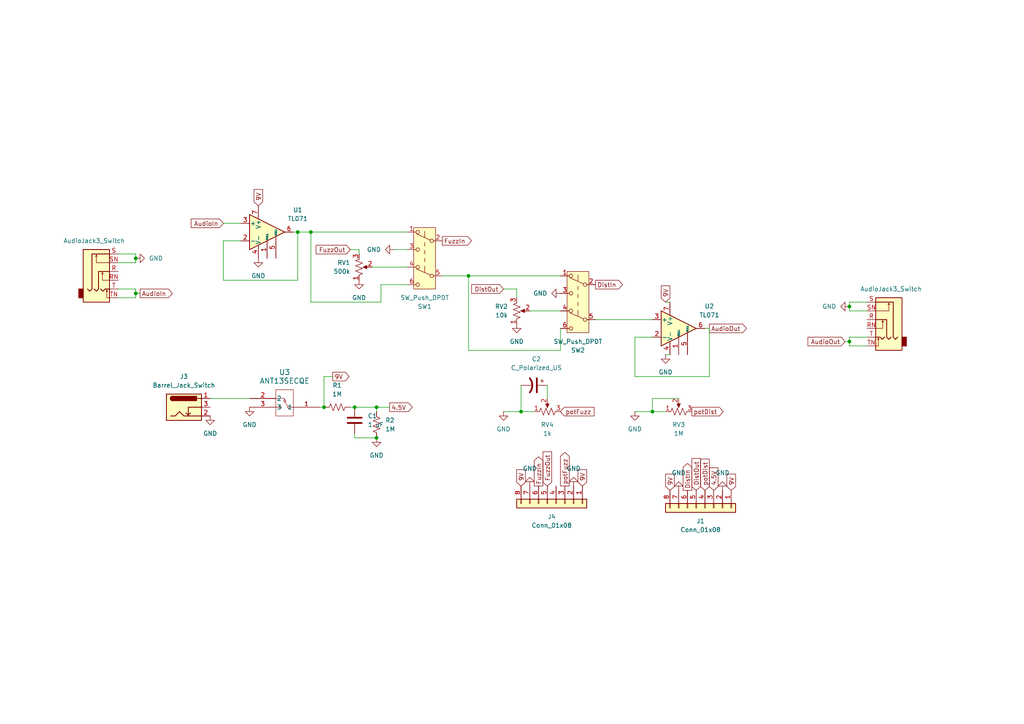
<source format=kicad_sch>
(kicad_sch
	(version 20250114)
	(generator "eeschema")
	(generator_version "9.0")
	(uuid "71373bd4-ba2d-47c6-b427-d96c780379f5")
	(paper "A4")
	(lib_symbols
		(symbol "ANT13SEC1E:ANT13SECQE"
			(pin_names
				(offset 0.254)
			)
			(exclude_from_sim no)
			(in_bom yes)
			(on_board yes)
			(property "Reference" "U"
				(at 10.16 7.62 0)
				(effects
					(font
						(size 1.524 1.524)
					)
				)
			)
			(property "Value" "ANT13SECQE"
				(at 10.16 5.08 0)
				(effects
					(font
						(size 1.524 1.524)
					)
				)
			)
			(property "Footprint" "ANT13SEC_CRS"
				(at 0 0 0)
				(effects
					(font
						(size 1.27 1.27)
						(italic yes)
					)
					(hide yes)
				)
			)
			(property "Datasheet" "ANT13SECQE"
				(at 0 0 0)
				(effects
					(font
						(size 1.27 1.27)
						(italic yes)
					)
					(hide yes)
				)
			)
			(property "Description" ""
				(at 0 0 0)
				(effects
					(font
						(size 1.27 1.27)
					)
					(hide yes)
				)
			)
			(property "ki_locked" ""
				(at 0 0 0)
				(effects
					(font
						(size 1.27 1.27)
					)
				)
			)
			(property "ki_keywords" "ANT13SECQE"
				(at 0 0 0)
				(effects
					(font
						(size 1.27 1.27)
					)
					(hide yes)
				)
			)
			(property "ki_fp_filters" "ANT13SEC_CRS"
				(at 0 0 0)
				(effects
					(font
						(size 1.27 1.27)
					)
					(hide yes)
				)
			)
			(symbol "ANT13SECQE_0_1"
				(polyline
					(pts
						(xy 7.62 2.54) (xy 7.62 -5.08)
					)
					(stroke
						(width 0.127)
						(type default)
					)
					(fill
						(type none)
					)
				)
				(polyline
					(pts
						(xy 7.62 0) (xy 8.5725 0)
					)
					(stroke
						(width 0.127)
						(type default)
					)
					(fill
						(type none)
					)
				)
				(polyline
					(pts
						(xy 7.62 -5.08) (xy 12.7 -5.08)
					)
					(stroke
						(width 0.127)
						(type default)
					)
					(fill
						(type none)
					)
				)
				(circle
					(center 8.89 0)
					(radius 0.3048)
					(stroke
						(width 0.127)
						(type default)
					)
					(fill
						(type none)
					)
				)
				(polyline
					(pts
						(xy 10.16 -1.905) (xy 8.89 0.635)
					)
					(stroke
						(width 0.127)
						(type default)
					)
					(fill
						(type none)
					)
				)
				(circle
					(center 10.16 -1.905)
					(radius 0.3048)
					(stroke
						(width 0.127)
						(type default)
					)
					(fill
						(type none)
					)
				)
				(polyline
					(pts
						(xy 10.16 -2.54) (xy 10.16 -2.2098)
					)
					(stroke
						(width 0.127)
						(type default)
					)
					(fill
						(type none)
					)
				)
				(polyline
					(pts
						(xy 10.16 -2.54) (xy 12.7 -2.54)
					)
					(stroke
						(width 0.127)
						(type default)
					)
					(fill
						(type none)
					)
				)
				(circle
					(center 11.43 0)
					(radius 0.3048)
					(stroke
						(width 0.127)
						(type default)
					)
					(fill
						(type none)
					)
				)
				(polyline
					(pts
						(xy 11.7475 0) (xy 12.7 0)
					)
					(stroke
						(width 0.127)
						(type default)
					)
					(fill
						(type none)
					)
				)
				(polyline
					(pts
						(xy 12.7 2.54) (xy 7.62 2.54)
					)
					(stroke
						(width 0.127)
						(type default)
					)
					(fill
						(type none)
					)
				)
				(polyline
					(pts
						(xy 12.7 -5.08) (xy 12.7 2.54)
					)
					(stroke
						(width 0.127)
						(type default)
					)
					(fill
						(type none)
					)
				)
				(pin unspecified line
					(at 0 0 0)
					(length 7.62)
					(name "1"
						(effects
							(font
								(size 1.27 1.27)
							)
						)
					)
					(number "1"
						(effects
							(font
								(size 1.27 1.27)
							)
						)
					)
				)
				(pin unspecified line
					(at 20.32 0 180)
					(length 7.62)
					(name "3"
						(effects
							(font
								(size 1.27 1.27)
							)
						)
					)
					(number "3"
						(effects
							(font
								(size 1.27 1.27)
							)
						)
					)
				)
				(pin unspecified line
					(at 20.32 -2.54 180)
					(length 7.62)
					(name "2"
						(effects
							(font
								(size 1.27 1.27)
							)
						)
					)
					(number "2"
						(effects
							(font
								(size 1.27 1.27)
							)
						)
					)
				)
			)
			(embedded_fonts no)
		)
		(symbol "Amplifier_Operational:TL071"
			(pin_names
				(offset 0.127)
			)
			(exclude_from_sim no)
			(in_bom yes)
			(on_board yes)
			(property "Reference" "U"
				(at 0 6.35 0)
				(effects
					(font
						(size 1.27 1.27)
					)
					(justify left)
				)
			)
			(property "Value" "TL071"
				(at 0 3.81 0)
				(effects
					(font
						(size 1.27 1.27)
					)
					(justify left)
				)
			)
			(property "Footprint" ""
				(at 1.27 1.27 0)
				(effects
					(font
						(size 1.27 1.27)
					)
					(hide yes)
				)
			)
			(property "Datasheet" "http://www.ti.com/lit/ds/symlink/tl071.pdf"
				(at 3.81 3.81 0)
				(effects
					(font
						(size 1.27 1.27)
					)
					(hide yes)
				)
			)
			(property "Description" "Single Low-Noise JFET-Input Operational Amplifiers, DIP-8/SOIC-8"
				(at 0 0 0)
				(effects
					(font
						(size 1.27 1.27)
					)
					(hide yes)
				)
			)
			(property "ki_keywords" "singel opamp"
				(at 0 0 0)
				(effects
					(font
						(size 1.27 1.27)
					)
					(hide yes)
				)
			)
			(property "ki_fp_filters" "SOIC*3.9x4.9mm*P1.27mm* DIP*W7.62mm* TSSOP*3x3mm*P0.65mm*"
				(at 0 0 0)
				(effects
					(font
						(size 1.27 1.27)
					)
					(hide yes)
				)
			)
			(symbol "TL071_0_1"
				(polyline
					(pts
						(xy -5.08 5.08) (xy 5.08 0) (xy -5.08 -5.08) (xy -5.08 5.08)
					)
					(stroke
						(width 0.254)
						(type default)
					)
					(fill
						(type background)
					)
				)
			)
			(symbol "TL071_1_1"
				(pin input line
					(at -7.62 2.54 0)
					(length 2.54)
					(name "+"
						(effects
							(font
								(size 1.27 1.27)
							)
						)
					)
					(number "3"
						(effects
							(font
								(size 1.27 1.27)
							)
						)
					)
				)
				(pin input line
					(at -7.62 -2.54 0)
					(length 2.54)
					(name "-"
						(effects
							(font
								(size 1.27 1.27)
							)
						)
					)
					(number "2"
						(effects
							(font
								(size 1.27 1.27)
							)
						)
					)
				)
				(pin power_in line
					(at -2.54 7.62 270)
					(length 3.81)
					(name "V+"
						(effects
							(font
								(size 1.27 1.27)
							)
						)
					)
					(number "7"
						(effects
							(font
								(size 1.27 1.27)
							)
						)
					)
				)
				(pin power_in line
					(at -2.54 -7.62 90)
					(length 3.81)
					(name "V-"
						(effects
							(font
								(size 1.27 1.27)
							)
						)
					)
					(number "4"
						(effects
							(font
								(size 1.27 1.27)
							)
						)
					)
				)
				(pin no_connect line
					(at 0 2.54 270)
					(length 2.54)
					(hide yes)
					(name "NC"
						(effects
							(font
								(size 1.27 1.27)
							)
						)
					)
					(number "8"
						(effects
							(font
								(size 1.27 1.27)
							)
						)
					)
				)
				(pin input line
					(at 0 -7.62 90)
					(length 5.08)
					(name "NULL"
						(effects
							(font
								(size 0.508 0.508)
							)
						)
					)
					(number "1"
						(effects
							(font
								(size 1.27 1.27)
							)
						)
					)
				)
				(pin input line
					(at 2.54 -7.62 90)
					(length 6.35)
					(name "NULL"
						(effects
							(font
								(size 0.508 0.508)
							)
						)
					)
					(number "5"
						(effects
							(font
								(size 1.27 1.27)
							)
						)
					)
				)
				(pin output line
					(at 7.62 0 180)
					(length 2.54)
					(name "~"
						(effects
							(font
								(size 1.27 1.27)
							)
						)
					)
					(number "6"
						(effects
							(font
								(size 1.27 1.27)
							)
						)
					)
				)
			)
			(embedded_fonts no)
		)
		(symbol "Connector:Barrel_Jack_Switch"
			(pin_names
				(hide yes)
			)
			(exclude_from_sim no)
			(in_bom yes)
			(on_board yes)
			(property "Reference" "J"
				(at 0 5.334 0)
				(effects
					(font
						(size 1.27 1.27)
					)
				)
			)
			(property "Value" "Barrel_Jack_Switch"
				(at 0 -5.08 0)
				(effects
					(font
						(size 1.27 1.27)
					)
				)
			)
			(property "Footprint" ""
				(at 1.27 -1.016 0)
				(effects
					(font
						(size 1.27 1.27)
					)
					(hide yes)
				)
			)
			(property "Datasheet" "~"
				(at 1.27 -1.016 0)
				(effects
					(font
						(size 1.27 1.27)
					)
					(hide yes)
				)
			)
			(property "Description" "DC Barrel Jack with an internal switch"
				(at 0 0 0)
				(effects
					(font
						(size 1.27 1.27)
					)
					(hide yes)
				)
			)
			(property "ki_keywords" "DC power barrel jack connector"
				(at 0 0 0)
				(effects
					(font
						(size 1.27 1.27)
					)
					(hide yes)
				)
			)
			(property "ki_fp_filters" "BarrelJack*"
				(at 0 0 0)
				(effects
					(font
						(size 1.27 1.27)
					)
					(hide yes)
				)
			)
			(symbol "Barrel_Jack_Switch_0_1"
				(rectangle
					(start -5.08 3.81)
					(end 5.08 -3.81)
					(stroke
						(width 0.254)
						(type default)
					)
					(fill
						(type background)
					)
				)
				(polyline
					(pts
						(xy -3.81 -2.54) (xy -2.54 -2.54) (xy -1.27 -1.27) (xy 0 -2.54) (xy 2.54 -2.54) (xy 5.08 -2.54)
					)
					(stroke
						(width 0.254)
						(type default)
					)
					(fill
						(type none)
					)
				)
				(arc
					(start -3.302 1.905)
					(mid -3.9343 2.54)
					(end -3.302 3.175)
					(stroke
						(width 0.254)
						(type default)
					)
					(fill
						(type none)
					)
				)
				(arc
					(start -3.302 1.905)
					(mid -3.9343 2.54)
					(end -3.302 3.175)
					(stroke
						(width 0.254)
						(type default)
					)
					(fill
						(type outline)
					)
				)
				(polyline
					(pts
						(xy 1.27 -2.286) (xy 1.905 -1.651)
					)
					(stroke
						(width 0.254)
						(type default)
					)
					(fill
						(type none)
					)
				)
				(rectangle
					(start 3.683 3.175)
					(end -3.302 1.905)
					(stroke
						(width 0.254)
						(type default)
					)
					(fill
						(type outline)
					)
				)
				(polyline
					(pts
						(xy 5.08 2.54) (xy 3.81 2.54)
					)
					(stroke
						(width 0.254)
						(type default)
					)
					(fill
						(type none)
					)
				)
				(polyline
					(pts
						(xy 5.08 0) (xy 1.27 0) (xy 1.27 -2.286) (xy 0.635 -1.651)
					)
					(stroke
						(width 0.254)
						(type default)
					)
					(fill
						(type none)
					)
				)
			)
			(symbol "Barrel_Jack_Switch_1_1"
				(pin passive line
					(at 7.62 2.54 180)
					(length 2.54)
					(name "~"
						(effects
							(font
								(size 1.27 1.27)
							)
						)
					)
					(number "1"
						(effects
							(font
								(size 1.27 1.27)
							)
						)
					)
				)
				(pin passive line
					(at 7.62 0 180)
					(length 2.54)
					(name "~"
						(effects
							(font
								(size 1.27 1.27)
							)
						)
					)
					(number "3"
						(effects
							(font
								(size 1.27 1.27)
							)
						)
					)
				)
				(pin passive line
					(at 7.62 -2.54 180)
					(length 2.54)
					(name "~"
						(effects
							(font
								(size 1.27 1.27)
							)
						)
					)
					(number "2"
						(effects
							(font
								(size 1.27 1.27)
							)
						)
					)
				)
			)
			(embedded_fonts no)
		)
		(symbol "Connector_Audio:AudioJack3_Switch"
			(exclude_from_sim no)
			(in_bom yes)
			(on_board yes)
			(property "Reference" "J"
				(at 0 11.43 0)
				(effects
					(font
						(size 1.27 1.27)
					)
				)
			)
			(property "Value" "AudioJack3_Switch"
				(at 0 8.89 0)
				(effects
					(font
						(size 1.27 1.27)
					)
				)
			)
			(property "Footprint" ""
				(at 0 0 0)
				(effects
					(font
						(size 1.27 1.27)
					)
					(hide yes)
				)
			)
			(property "Datasheet" "~"
				(at 0 0 0)
				(effects
					(font
						(size 1.27 1.27)
					)
					(hide yes)
				)
			)
			(property "Description" "Audio Jack, 3 Poles (Stereo / TRS), Switched Poles (Normalling)"
				(at 0 0 0)
				(effects
					(font
						(size 1.27 1.27)
					)
					(hide yes)
				)
			)
			(property "ki_keywords" "audio jack receptacle stereo headphones connector"
				(at 0 0 0)
				(effects
					(font
						(size 1.27 1.27)
					)
					(hide yes)
				)
			)
			(property "ki_fp_filters" "Jack*"
				(at 0 0 0)
				(effects
					(font
						(size 1.27 1.27)
					)
					(hide yes)
				)
			)
			(symbol "AudioJack3_Switch_0_1"
				(rectangle
					(start -5.08 -5.08)
					(end -6.35 -7.62)
					(stroke
						(width 0.254)
						(type default)
					)
					(fill
						(type outline)
					)
				)
				(polyline
					(pts
						(xy -1.905 -5.08) (xy -1.27 -5.715) (xy -0.635 -5.08) (xy -0.635 0) (xy 2.54 0)
					)
					(stroke
						(width 0.254)
						(type default)
					)
					(fill
						(type none)
					)
				)
				(polyline
					(pts
						(xy -1.27 4.826) (xy -1.016 4.318)
					)
					(stroke
						(width 0)
						(type default)
					)
					(fill
						(type none)
					)
				)
				(polyline
					(pts
						(xy 0 -5.08) (xy 0.635 -5.715) (xy 1.27 -5.08) (xy 2.54 -5.08)
					)
					(stroke
						(width 0.254)
						(type default)
					)
					(fill
						(type none)
					)
				)
				(polyline
					(pts
						(xy 0.508 -0.254) (xy 0.762 -0.762)
					)
					(stroke
						(width 0)
						(type default)
					)
					(fill
						(type none)
					)
				)
				(polyline
					(pts
						(xy 1.778 -5.334) (xy 2.032 -5.842)
					)
					(stroke
						(width 0)
						(type default)
					)
					(fill
						(type none)
					)
				)
				(rectangle
					(start 2.54 6.35)
					(end -5.08 -8.89)
					(stroke
						(width 0.254)
						(type default)
					)
					(fill
						(type background)
					)
				)
				(polyline
					(pts
						(xy 2.54 5.08) (xy -2.54 5.08) (xy -2.54 -5.08) (xy -3.175 -5.715) (xy -3.81 -5.08)
					)
					(stroke
						(width 0.254)
						(type default)
					)
					(fill
						(type none)
					)
				)
				(polyline
					(pts
						(xy 2.54 2.54) (xy -1.27 2.54) (xy -1.27 4.826) (xy -1.524 4.318)
					)
					(stroke
						(width 0)
						(type default)
					)
					(fill
						(type none)
					)
				)
				(polyline
					(pts
						(xy 2.54 -2.54) (xy 0.508 -2.54) (xy 0.508 -0.254) (xy 0.254 -0.762)
					)
					(stroke
						(width 0)
						(type default)
					)
					(fill
						(type none)
					)
				)
				(polyline
					(pts
						(xy 2.54 -7.62) (xy 1.778 -7.62) (xy 1.778 -5.334) (xy 1.524 -5.842)
					)
					(stroke
						(width 0)
						(type default)
					)
					(fill
						(type none)
					)
				)
			)
			(symbol "AudioJack3_Switch_1_1"
				(pin passive line
					(at 5.08 5.08 180)
					(length 2.54)
					(name "~"
						(effects
							(font
								(size 1.27 1.27)
							)
						)
					)
					(number "S"
						(effects
							(font
								(size 1.27 1.27)
							)
						)
					)
				)
				(pin passive line
					(at 5.08 2.54 180)
					(length 2.54)
					(name "~"
						(effects
							(font
								(size 1.27 1.27)
							)
						)
					)
					(number "SN"
						(effects
							(font
								(size 1.27 1.27)
							)
						)
					)
				)
				(pin passive line
					(at 5.08 0 180)
					(length 2.54)
					(name "~"
						(effects
							(font
								(size 1.27 1.27)
							)
						)
					)
					(number "R"
						(effects
							(font
								(size 1.27 1.27)
							)
						)
					)
				)
				(pin passive line
					(at 5.08 -2.54 180)
					(length 2.54)
					(name "~"
						(effects
							(font
								(size 1.27 1.27)
							)
						)
					)
					(number "RN"
						(effects
							(font
								(size 1.27 1.27)
							)
						)
					)
				)
				(pin passive line
					(at 5.08 -5.08 180)
					(length 2.54)
					(name "~"
						(effects
							(font
								(size 1.27 1.27)
							)
						)
					)
					(number "T"
						(effects
							(font
								(size 1.27 1.27)
							)
						)
					)
				)
				(pin passive line
					(at 5.08 -7.62 180)
					(length 2.54)
					(name "~"
						(effects
							(font
								(size 1.27 1.27)
							)
						)
					)
					(number "TN"
						(effects
							(font
								(size 1.27 1.27)
							)
						)
					)
				)
			)
			(embedded_fonts no)
		)
		(symbol "Connector_Generic:Conn_01x08"
			(pin_names
				(offset 1.016)
				(hide yes)
			)
			(exclude_from_sim no)
			(in_bom yes)
			(on_board yes)
			(property "Reference" "J"
				(at 0 10.16 0)
				(effects
					(font
						(size 1.27 1.27)
					)
				)
			)
			(property "Value" "Conn_01x08"
				(at 0 -12.7 0)
				(effects
					(font
						(size 1.27 1.27)
					)
				)
			)
			(property "Footprint" ""
				(at 0 0 0)
				(effects
					(font
						(size 1.27 1.27)
					)
					(hide yes)
				)
			)
			(property "Datasheet" "~"
				(at 0 0 0)
				(effects
					(font
						(size 1.27 1.27)
					)
					(hide yes)
				)
			)
			(property "Description" "Generic connector, single row, 01x08, script generated (kicad-library-utils/schlib/autogen/connector/)"
				(at 0 0 0)
				(effects
					(font
						(size 1.27 1.27)
					)
					(hide yes)
				)
			)
			(property "ki_keywords" "connector"
				(at 0 0 0)
				(effects
					(font
						(size 1.27 1.27)
					)
					(hide yes)
				)
			)
			(property "ki_fp_filters" "Connector*:*_1x??_*"
				(at 0 0 0)
				(effects
					(font
						(size 1.27 1.27)
					)
					(hide yes)
				)
			)
			(symbol "Conn_01x08_1_1"
				(rectangle
					(start -1.27 8.89)
					(end 1.27 -11.43)
					(stroke
						(width 0.254)
						(type default)
					)
					(fill
						(type background)
					)
				)
				(rectangle
					(start -1.27 7.747)
					(end 0 7.493)
					(stroke
						(width 0.1524)
						(type default)
					)
					(fill
						(type none)
					)
				)
				(rectangle
					(start -1.27 5.207)
					(end 0 4.953)
					(stroke
						(width 0.1524)
						(type default)
					)
					(fill
						(type none)
					)
				)
				(rectangle
					(start -1.27 2.667)
					(end 0 2.413)
					(stroke
						(width 0.1524)
						(type default)
					)
					(fill
						(type none)
					)
				)
				(rectangle
					(start -1.27 0.127)
					(end 0 -0.127)
					(stroke
						(width 0.1524)
						(type default)
					)
					(fill
						(type none)
					)
				)
				(rectangle
					(start -1.27 -2.413)
					(end 0 -2.667)
					(stroke
						(width 0.1524)
						(type default)
					)
					(fill
						(type none)
					)
				)
				(rectangle
					(start -1.27 -4.953)
					(end 0 -5.207)
					(stroke
						(width 0.1524)
						(type default)
					)
					(fill
						(type none)
					)
				)
				(rectangle
					(start -1.27 -7.493)
					(end 0 -7.747)
					(stroke
						(width 0.1524)
						(type default)
					)
					(fill
						(type none)
					)
				)
				(rectangle
					(start -1.27 -10.033)
					(end 0 -10.287)
					(stroke
						(width 0.1524)
						(type default)
					)
					(fill
						(type none)
					)
				)
				(pin passive line
					(at -5.08 7.62 0)
					(length 3.81)
					(name "Pin_1"
						(effects
							(font
								(size 1.27 1.27)
							)
						)
					)
					(number "1"
						(effects
							(font
								(size 1.27 1.27)
							)
						)
					)
				)
				(pin passive line
					(at -5.08 5.08 0)
					(length 3.81)
					(name "Pin_2"
						(effects
							(font
								(size 1.27 1.27)
							)
						)
					)
					(number "2"
						(effects
							(font
								(size 1.27 1.27)
							)
						)
					)
				)
				(pin passive line
					(at -5.08 2.54 0)
					(length 3.81)
					(name "Pin_3"
						(effects
							(font
								(size 1.27 1.27)
							)
						)
					)
					(number "3"
						(effects
							(font
								(size 1.27 1.27)
							)
						)
					)
				)
				(pin passive line
					(at -5.08 0 0)
					(length 3.81)
					(name "Pin_4"
						(effects
							(font
								(size 1.27 1.27)
							)
						)
					)
					(number "4"
						(effects
							(font
								(size 1.27 1.27)
							)
						)
					)
				)
				(pin passive line
					(at -5.08 -2.54 0)
					(length 3.81)
					(name "Pin_5"
						(effects
							(font
								(size 1.27 1.27)
							)
						)
					)
					(number "5"
						(effects
							(font
								(size 1.27 1.27)
							)
						)
					)
				)
				(pin passive line
					(at -5.08 -5.08 0)
					(length 3.81)
					(name "Pin_6"
						(effects
							(font
								(size 1.27 1.27)
							)
						)
					)
					(number "6"
						(effects
							(font
								(size 1.27 1.27)
							)
						)
					)
				)
				(pin passive line
					(at -5.08 -7.62 0)
					(length 3.81)
					(name "Pin_7"
						(effects
							(font
								(size 1.27 1.27)
							)
						)
					)
					(number "7"
						(effects
							(font
								(size 1.27 1.27)
							)
						)
					)
				)
				(pin passive line
					(at -5.08 -10.16 0)
					(length 3.81)
					(name "Pin_8"
						(effects
							(font
								(size 1.27 1.27)
							)
						)
					)
					(number "8"
						(effects
							(font
								(size 1.27 1.27)
							)
						)
					)
				)
			)
			(embedded_fonts no)
		)
		(symbol "Device:C"
			(pin_numbers
				(hide yes)
			)
			(pin_names
				(offset 0.254)
			)
			(exclude_from_sim no)
			(in_bom yes)
			(on_board yes)
			(property "Reference" "C"
				(at 0.635 2.54 0)
				(effects
					(font
						(size 1.27 1.27)
					)
					(justify left)
				)
			)
			(property "Value" "C"
				(at 0.635 -2.54 0)
				(effects
					(font
						(size 1.27 1.27)
					)
					(justify left)
				)
			)
			(property "Footprint" ""
				(at 0.9652 -3.81 0)
				(effects
					(font
						(size 1.27 1.27)
					)
					(hide yes)
				)
			)
			(property "Datasheet" "~"
				(at 0 0 0)
				(effects
					(font
						(size 1.27 1.27)
					)
					(hide yes)
				)
			)
			(property "Description" "Unpolarized capacitor"
				(at 0 0 0)
				(effects
					(font
						(size 1.27 1.27)
					)
					(hide yes)
				)
			)
			(property "ki_keywords" "cap capacitor"
				(at 0 0 0)
				(effects
					(font
						(size 1.27 1.27)
					)
					(hide yes)
				)
			)
			(property "ki_fp_filters" "C_*"
				(at 0 0 0)
				(effects
					(font
						(size 1.27 1.27)
					)
					(hide yes)
				)
			)
			(symbol "C_0_1"
				(polyline
					(pts
						(xy -2.032 0.762) (xy 2.032 0.762)
					)
					(stroke
						(width 0.508)
						(type default)
					)
					(fill
						(type none)
					)
				)
				(polyline
					(pts
						(xy -2.032 -0.762) (xy 2.032 -0.762)
					)
					(stroke
						(width 0.508)
						(type default)
					)
					(fill
						(type none)
					)
				)
			)
			(symbol "C_1_1"
				(pin passive line
					(at 0 3.81 270)
					(length 2.794)
					(name "~"
						(effects
							(font
								(size 1.27 1.27)
							)
						)
					)
					(number "1"
						(effects
							(font
								(size 1.27 1.27)
							)
						)
					)
				)
				(pin passive line
					(at 0 -3.81 90)
					(length 2.794)
					(name "~"
						(effects
							(font
								(size 1.27 1.27)
							)
						)
					)
					(number "2"
						(effects
							(font
								(size 1.27 1.27)
							)
						)
					)
				)
			)
			(embedded_fonts no)
		)
		(symbol "Device:C_Polarized_US"
			(pin_numbers
				(hide yes)
			)
			(pin_names
				(offset 0.254)
				(hide yes)
			)
			(exclude_from_sim no)
			(in_bom yes)
			(on_board yes)
			(property "Reference" "C"
				(at 0.635 2.54 0)
				(effects
					(font
						(size 1.27 1.27)
					)
					(justify left)
				)
			)
			(property "Value" "C_Polarized_US"
				(at 0.635 -2.54 0)
				(effects
					(font
						(size 1.27 1.27)
					)
					(justify left)
				)
			)
			(property "Footprint" ""
				(at 0 0 0)
				(effects
					(font
						(size 1.27 1.27)
					)
					(hide yes)
				)
			)
			(property "Datasheet" "~"
				(at 0 0 0)
				(effects
					(font
						(size 1.27 1.27)
					)
					(hide yes)
				)
			)
			(property "Description" "Polarized capacitor, US symbol"
				(at 0 0 0)
				(effects
					(font
						(size 1.27 1.27)
					)
					(hide yes)
				)
			)
			(property "ki_keywords" "cap capacitor"
				(at 0 0 0)
				(effects
					(font
						(size 1.27 1.27)
					)
					(hide yes)
				)
			)
			(property "ki_fp_filters" "CP_*"
				(at 0 0 0)
				(effects
					(font
						(size 1.27 1.27)
					)
					(hide yes)
				)
			)
			(symbol "C_Polarized_US_0_1"
				(polyline
					(pts
						(xy -2.032 0.762) (xy 2.032 0.762)
					)
					(stroke
						(width 0.508)
						(type default)
					)
					(fill
						(type none)
					)
				)
				(polyline
					(pts
						(xy -1.778 2.286) (xy -0.762 2.286)
					)
					(stroke
						(width 0)
						(type default)
					)
					(fill
						(type none)
					)
				)
				(polyline
					(pts
						(xy -1.27 1.778) (xy -1.27 2.794)
					)
					(stroke
						(width 0)
						(type default)
					)
					(fill
						(type none)
					)
				)
				(arc
					(start -2.032 -1.27)
					(mid 0 -0.5572)
					(end 2.032 -1.27)
					(stroke
						(width 0.508)
						(type default)
					)
					(fill
						(type none)
					)
				)
			)
			(symbol "C_Polarized_US_1_1"
				(pin passive line
					(at 0 3.81 270)
					(length 2.794)
					(name "~"
						(effects
							(font
								(size 1.27 1.27)
							)
						)
					)
					(number "1"
						(effects
							(font
								(size 1.27 1.27)
							)
						)
					)
				)
				(pin passive line
					(at 0 -3.81 90)
					(length 3.302)
					(name "~"
						(effects
							(font
								(size 1.27 1.27)
							)
						)
					)
					(number "2"
						(effects
							(font
								(size 1.27 1.27)
							)
						)
					)
				)
			)
			(embedded_fonts no)
		)
		(symbol "Device:R_Potentiometer_US"
			(pin_names
				(offset 1.016)
				(hide yes)
			)
			(exclude_from_sim no)
			(in_bom yes)
			(on_board yes)
			(property "Reference" "RV"
				(at -4.445 0 90)
				(effects
					(font
						(size 1.27 1.27)
					)
				)
			)
			(property "Value" "R_Potentiometer_US"
				(at -2.54 0 90)
				(effects
					(font
						(size 1.27 1.27)
					)
				)
			)
			(property "Footprint" ""
				(at 0 0 0)
				(effects
					(font
						(size 1.27 1.27)
					)
					(hide yes)
				)
			)
			(property "Datasheet" "~"
				(at 0 0 0)
				(effects
					(font
						(size 1.27 1.27)
					)
					(hide yes)
				)
			)
			(property "Description" "Potentiometer, US symbol"
				(at 0 0 0)
				(effects
					(font
						(size 1.27 1.27)
					)
					(hide yes)
				)
			)
			(property "ki_keywords" "resistor variable"
				(at 0 0 0)
				(effects
					(font
						(size 1.27 1.27)
					)
					(hide yes)
				)
			)
			(property "ki_fp_filters" "Potentiometer*"
				(at 0 0 0)
				(effects
					(font
						(size 1.27 1.27)
					)
					(hide yes)
				)
			)
			(symbol "R_Potentiometer_US_0_1"
				(polyline
					(pts
						(xy 0 2.54) (xy 0 2.286)
					)
					(stroke
						(width 0)
						(type default)
					)
					(fill
						(type none)
					)
				)
				(polyline
					(pts
						(xy 0 2.286) (xy 1.016 1.905) (xy 0 1.524) (xy -1.016 1.143) (xy 0 0.762)
					)
					(stroke
						(width 0)
						(type default)
					)
					(fill
						(type none)
					)
				)
				(polyline
					(pts
						(xy 0 0.762) (xy 1.016 0.381) (xy 0 0) (xy -1.016 -0.381) (xy 0 -0.762)
					)
					(stroke
						(width 0)
						(type default)
					)
					(fill
						(type none)
					)
				)
				(polyline
					(pts
						(xy 0 -0.762) (xy 1.016 -1.143) (xy 0 -1.524) (xy -1.016 -1.905) (xy 0 -2.286)
					)
					(stroke
						(width 0)
						(type default)
					)
					(fill
						(type none)
					)
				)
				(polyline
					(pts
						(xy 0 -2.286) (xy 0 -2.54)
					)
					(stroke
						(width 0)
						(type default)
					)
					(fill
						(type none)
					)
				)
				(polyline
					(pts
						(xy 1.143 0) (xy 2.286 0.508) (xy 2.286 -0.508) (xy 1.143 0)
					)
					(stroke
						(width 0)
						(type default)
					)
					(fill
						(type outline)
					)
				)
				(polyline
					(pts
						(xy 2.54 0) (xy 1.524 0)
					)
					(stroke
						(width 0)
						(type default)
					)
					(fill
						(type none)
					)
				)
			)
			(symbol "R_Potentiometer_US_1_1"
				(pin passive line
					(at 0 3.81 270)
					(length 1.27)
					(name "1"
						(effects
							(font
								(size 1.27 1.27)
							)
						)
					)
					(number "1"
						(effects
							(font
								(size 1.27 1.27)
							)
						)
					)
				)
				(pin passive line
					(at 0 -3.81 90)
					(length 1.27)
					(name "3"
						(effects
							(font
								(size 1.27 1.27)
							)
						)
					)
					(number "3"
						(effects
							(font
								(size 1.27 1.27)
							)
						)
					)
				)
				(pin passive line
					(at 3.81 0 180)
					(length 1.27)
					(name "2"
						(effects
							(font
								(size 1.27 1.27)
							)
						)
					)
					(number "2"
						(effects
							(font
								(size 1.27 1.27)
							)
						)
					)
				)
			)
			(embedded_fonts no)
		)
		(symbol "Device:R_US"
			(pin_numbers
				(hide yes)
			)
			(pin_names
				(offset 0)
			)
			(exclude_from_sim no)
			(in_bom yes)
			(on_board yes)
			(property "Reference" "R"
				(at 2.54 0 90)
				(effects
					(font
						(size 1.27 1.27)
					)
				)
			)
			(property "Value" "R_US"
				(at -2.54 0 90)
				(effects
					(font
						(size 1.27 1.27)
					)
				)
			)
			(property "Footprint" ""
				(at 1.016 -0.254 90)
				(effects
					(font
						(size 1.27 1.27)
					)
					(hide yes)
				)
			)
			(property "Datasheet" "~"
				(at 0 0 0)
				(effects
					(font
						(size 1.27 1.27)
					)
					(hide yes)
				)
			)
			(property "Description" "Resistor, US symbol"
				(at 0 0 0)
				(effects
					(font
						(size 1.27 1.27)
					)
					(hide yes)
				)
			)
			(property "ki_keywords" "R res resistor"
				(at 0 0 0)
				(effects
					(font
						(size 1.27 1.27)
					)
					(hide yes)
				)
			)
			(property "ki_fp_filters" "R_*"
				(at 0 0 0)
				(effects
					(font
						(size 1.27 1.27)
					)
					(hide yes)
				)
			)
			(symbol "R_US_0_1"
				(polyline
					(pts
						(xy 0 2.286) (xy 0 2.54)
					)
					(stroke
						(width 0)
						(type default)
					)
					(fill
						(type none)
					)
				)
				(polyline
					(pts
						(xy 0 2.286) (xy 1.016 1.905) (xy 0 1.524) (xy -1.016 1.143) (xy 0 0.762)
					)
					(stroke
						(width 0)
						(type default)
					)
					(fill
						(type none)
					)
				)
				(polyline
					(pts
						(xy 0 0.762) (xy 1.016 0.381) (xy 0 0) (xy -1.016 -0.381) (xy 0 -0.762)
					)
					(stroke
						(width 0)
						(type default)
					)
					(fill
						(type none)
					)
				)
				(polyline
					(pts
						(xy 0 -0.762) (xy 1.016 -1.143) (xy 0 -1.524) (xy -1.016 -1.905) (xy 0 -2.286)
					)
					(stroke
						(width 0)
						(type default)
					)
					(fill
						(type none)
					)
				)
				(polyline
					(pts
						(xy 0 -2.286) (xy 0 -2.54)
					)
					(stroke
						(width 0)
						(type default)
					)
					(fill
						(type none)
					)
				)
			)
			(symbol "R_US_1_1"
				(pin passive line
					(at 0 3.81 270)
					(length 1.27)
					(name "~"
						(effects
							(font
								(size 1.27 1.27)
							)
						)
					)
					(number "1"
						(effects
							(font
								(size 1.27 1.27)
							)
						)
					)
				)
				(pin passive line
					(at 0 -3.81 90)
					(length 1.27)
					(name "~"
						(effects
							(font
								(size 1.27 1.27)
							)
						)
					)
					(number "2"
						(effects
							(font
								(size 1.27 1.27)
							)
						)
					)
				)
			)
			(embedded_fonts no)
		)
		(symbol "Switch:SW_Push_DPDT"
			(pin_names
				(offset 0)
				(hide yes)
			)
			(exclude_from_sim no)
			(in_bom yes)
			(on_board yes)
			(property "Reference" "SW"
				(at 0 10.16 0)
				(effects
					(font
						(size 1.27 1.27)
					)
				)
			)
			(property "Value" "SW_Push_DPDT"
				(at 0 -10.16 0)
				(effects
					(font
						(size 1.27 1.27)
					)
				)
			)
			(property "Footprint" ""
				(at 0 5.08 0)
				(effects
					(font
						(size 1.27 1.27)
					)
					(hide yes)
				)
			)
			(property "Datasheet" "~"
				(at 0 5.08 0)
				(effects
					(font
						(size 1.27 1.27)
					)
					(hide yes)
				)
			)
			(property "Description" "Momentary Switch, dual pole double throw"
				(at 0 0 0)
				(effects
					(font
						(size 1.27 1.27)
					)
					(hide yes)
				)
			)
			(property "ki_keywords" "switch dual-pole double-throw spdt ON-ON"
				(at 0 0 0)
				(effects
					(font
						(size 1.27 1.27)
					)
					(hide yes)
				)
			)
			(symbol "SW_Push_DPDT_0_0"
				(circle
					(center -2.032 5.08)
					(radius 0.508)
					(stroke
						(width 0)
						(type default)
					)
					(fill
						(type none)
					)
				)
				(circle
					(center -2.032 -5.08)
					(radius 0.508)
					(stroke
						(width 0)
						(type default)
					)
					(fill
						(type none)
					)
				)
				(circle
					(center 2.032 2.54)
					(radius 0.508)
					(stroke
						(width 0)
						(type default)
					)
					(fill
						(type none)
					)
				)
				(circle
					(center 2.032 -7.62)
					(radius 0.508)
					(stroke
						(width 0)
						(type default)
					)
					(fill
						(type none)
					)
				)
			)
			(symbol "SW_Push_DPDT_0_1"
				(polyline
					(pts
						(xy -1.524 5.334) (xy 2.3368 7.0612)
					)
					(stroke
						(width 0)
						(type default)
					)
					(fill
						(type none)
					)
				)
				(polyline
					(pts
						(xy -1.524 -4.826) (xy 2.3368 -3.0988)
					)
					(stroke
						(width 0)
						(type default)
					)
					(fill
						(type none)
					)
				)
				(polyline
					(pts
						(xy 0 7.874) (xy 0 6.096)
					)
					(stroke
						(width 0)
						(type default)
					)
					(fill
						(type none)
					)
				)
				(polyline
					(pts
						(xy 0 3.556) (xy 0 4.572)
					)
					(stroke
						(width 0)
						(type default)
					)
					(fill
						(type none)
					)
				)
				(polyline
					(pts
						(xy 0 1.27) (xy 0 2.286)
					)
					(stroke
						(width 0)
						(type default)
					)
					(fill
						(type none)
					)
				)
				(polyline
					(pts
						(xy 0 -1.016) (xy 0 0)
					)
					(stroke
						(width 0)
						(type default)
					)
					(fill
						(type none)
					)
				)
				(polyline
					(pts
						(xy 0 -2.286) (xy 0 -4.064)
					)
					(stroke
						(width 0)
						(type default)
					)
					(fill
						(type none)
					)
				)
				(circle
					(center 2.032 7.62)
					(radius 0.508)
					(stroke
						(width 0)
						(type default)
					)
					(fill
						(type none)
					)
				)
				(circle
					(center 2.032 -2.54)
					(radius 0.508)
					(stroke
						(width 0)
						(type default)
					)
					(fill
						(type none)
					)
				)
			)
			(symbol "SW_Push_DPDT_1_1"
				(rectangle
					(start -3.175 8.89)
					(end 3.175 -8.89)
					(stroke
						(width 0)
						(type default)
					)
					(fill
						(type background)
					)
				)
				(pin passive line
					(at -5.08 5.08 0)
					(length 2.54)
					(name "B"
						(effects
							(font
								(size 1.27 1.27)
							)
						)
					)
					(number "2"
						(effects
							(font
								(size 1.27 1.27)
							)
						)
					)
				)
				(pin passive line
					(at -5.08 -5.08 0)
					(length 2.54)
					(name "B"
						(effects
							(font
								(size 1.27 1.27)
							)
						)
					)
					(number "5"
						(effects
							(font
								(size 1.27 1.27)
							)
						)
					)
				)
				(pin passive line
					(at 5.08 7.62 180)
					(length 2.54)
					(name "A"
						(effects
							(font
								(size 1.27 1.27)
							)
						)
					)
					(number "1"
						(effects
							(font
								(size 1.27 1.27)
							)
						)
					)
				)
				(pin passive line
					(at 5.08 2.54 180)
					(length 2.54)
					(name "C"
						(effects
							(font
								(size 1.27 1.27)
							)
						)
					)
					(number "3"
						(effects
							(font
								(size 1.27 1.27)
							)
						)
					)
				)
				(pin passive line
					(at 5.08 -2.54 180)
					(length 2.54)
					(name "A"
						(effects
							(font
								(size 1.27 1.27)
							)
						)
					)
					(number "4"
						(effects
							(font
								(size 1.27 1.27)
							)
						)
					)
				)
				(pin passive line
					(at 5.08 -7.62 180)
					(length 2.54)
					(name "C"
						(effects
							(font
								(size 1.27 1.27)
							)
						)
					)
					(number "6"
						(effects
							(font
								(size 1.27 1.27)
							)
						)
					)
				)
			)
			(embedded_fonts no)
		)
		(symbol "power:GND"
			(power)
			(pin_numbers
				(hide yes)
			)
			(pin_names
				(offset 0)
				(hide yes)
			)
			(exclude_from_sim no)
			(in_bom yes)
			(on_board yes)
			(property "Reference" "#PWR"
				(at 0 -6.35 0)
				(effects
					(font
						(size 1.27 1.27)
					)
					(hide yes)
				)
			)
			(property "Value" "GND"
				(at 0 -3.81 0)
				(effects
					(font
						(size 1.27 1.27)
					)
				)
			)
			(property "Footprint" ""
				(at 0 0 0)
				(effects
					(font
						(size 1.27 1.27)
					)
					(hide yes)
				)
			)
			(property "Datasheet" ""
				(at 0 0 0)
				(effects
					(font
						(size 1.27 1.27)
					)
					(hide yes)
				)
			)
			(property "Description" "Power symbol creates a global label with name \"GND\" , ground"
				(at 0 0 0)
				(effects
					(font
						(size 1.27 1.27)
					)
					(hide yes)
				)
			)
			(property "ki_keywords" "global power"
				(at 0 0 0)
				(effects
					(font
						(size 1.27 1.27)
					)
					(hide yes)
				)
			)
			(symbol "GND_0_1"
				(polyline
					(pts
						(xy 0 0) (xy 0 -1.27) (xy 1.27 -1.27) (xy 0 -2.54) (xy -1.27 -1.27) (xy 0 -1.27)
					)
					(stroke
						(width 0)
						(type default)
					)
					(fill
						(type none)
					)
				)
			)
			(symbol "GND_1_1"
				(pin power_in line
					(at 0 0 270)
					(length 0)
					(name "~"
						(effects
							(font
								(size 1.27 1.27)
							)
						)
					)
					(number "1"
						(effects
							(font
								(size 1.27 1.27)
							)
						)
					)
				)
			)
			(embedded_fonts no)
		)
	)
	(junction
		(at 109.22 127)
		(diameter 0)
		(color 0 0 0 0)
		(uuid "19287bd9-c5e5-427d-bf8b-6db955551320")
	)
	(junction
		(at 246.38 99.06)
		(diameter 0)
		(color 0 0 0 0)
		(uuid "2acd42d0-da70-41d1-93d8-3fd8ce6a230e")
	)
	(junction
		(at 102.87 118.11)
		(diameter 0)
		(color 0 0 0 0)
		(uuid "32085d7d-534f-4005-8780-8b45b7a9cc06")
	)
	(junction
		(at 39.37 85.09)
		(diameter 0)
		(color 0 0 0 0)
		(uuid "4cbfd858-7dc7-4f80-8e0f-c7c2cc1b5272")
	)
	(junction
		(at 109.22 118.11)
		(diameter 0)
		(color 0 0 0 0)
		(uuid "61c1e47d-eeba-4cec-9876-16c0f1411111")
	)
	(junction
		(at 93.98 118.11)
		(diameter 0)
		(color 0 0 0 0)
		(uuid "73359b3f-93bd-4ae9-977e-2d196dbeae7c")
	)
	(junction
		(at 90.17 67.31)
		(diameter 0)
		(color 0 0 0 0)
		(uuid "9a7782cd-a041-4dab-8ecd-65081d593c2c")
	)
	(junction
		(at 39.37 74.93)
		(diameter 0)
		(color 0 0 0 0)
		(uuid "ac299405-1aed-4486-9c93-58fae3575ba8")
	)
	(junction
		(at 135.89 80.01)
		(diameter 0)
		(color 0 0 0 0)
		(uuid "c430e6d0-71f8-458d-82e6-5bfe1925a323")
	)
	(junction
		(at 246.38 88.9)
		(diameter 0)
		(color 0 0 0 0)
		(uuid "d4c57502-6c65-468e-b5b1-0c9504c99376")
	)
	(junction
		(at 151.13 119.38)
		(diameter 0)
		(color 0 0 0 0)
		(uuid "d97849b9-beee-4424-a28c-d057eb5d186c")
	)
	(junction
		(at 189.23 119.38)
		(diameter 0)
		(color 0 0 0 0)
		(uuid "eee6514a-9020-4099-ad61-e51c073d646a")
	)
	(junction
		(at 86.36 67.31)
		(diameter 0)
		(color 0 0 0 0)
		(uuid "ef01e065-a45a-4e71-8f3b-f9d7d9d76cde")
	)
	(wire
		(pts
			(xy 86.36 67.31) (xy 86.36 81.28)
		)
		(stroke
			(width 0)
			(type default)
		)
		(uuid "02740b1a-efe0-4f48-ba9e-dddcdb696858")
	)
	(wire
		(pts
			(xy 194.31 102.87) (xy 193.04 102.87)
		)
		(stroke
			(width 0)
			(type default)
		)
		(uuid "02ded56e-c633-4f63-b6bf-d722799d3c6a")
	)
	(wire
		(pts
			(xy 39.37 74.93) (xy 39.37 76.2)
		)
		(stroke
			(width 0)
			(type default)
		)
		(uuid "07535093-47e9-4f48-b35d-2ffe4a7d17bc")
	)
	(wire
		(pts
			(xy 93.98 118.11) (xy 92.71 118.11)
		)
		(stroke
			(width 0)
			(type default)
		)
		(uuid "0d65d25d-3833-4175-8152-7566e947513c")
	)
	(wire
		(pts
			(xy 246.38 99.06) (xy 246.38 100.33)
		)
		(stroke
			(width 0)
			(type default)
		)
		(uuid "10758aac-fe6f-477b-8ca5-242da06cba3a")
	)
	(wire
		(pts
			(xy 246.38 97.79) (xy 246.38 99.06)
		)
		(stroke
			(width 0)
			(type default)
		)
		(uuid "1612441f-e732-4c09-ab71-68560b8faa1f")
	)
	(wire
		(pts
			(xy 128.27 80.01) (xy 135.89 80.01)
		)
		(stroke
			(width 0)
			(type default)
		)
		(uuid "16d4a02e-e8ac-475d-b2ec-0e805df2fcf9")
	)
	(wire
		(pts
			(xy 64.77 81.28) (xy 86.36 81.28)
		)
		(stroke
			(width 0)
			(type default)
		)
		(uuid "19463e30-e37f-4c44-b9ec-812b911f0add")
	)
	(wire
		(pts
			(xy 64.77 64.77) (xy 69.85 64.77)
		)
		(stroke
			(width 0)
			(type default)
		)
		(uuid "1f604e30-31e5-415f-868b-b329670db4cf")
	)
	(wire
		(pts
			(xy 135.89 101.6) (xy 162.56 101.6)
		)
		(stroke
			(width 0)
			(type default)
		)
		(uuid "1fd82769-c36a-46a0-bd41-d9615d688b0f")
	)
	(wire
		(pts
			(xy 251.46 97.79) (xy 246.38 97.79)
		)
		(stroke
			(width 0)
			(type default)
		)
		(uuid "20c4d92c-56f8-4eb7-9a6c-33a0c79c95c1")
	)
	(wire
		(pts
			(xy 194.31 87.63) (xy 193.04 87.63)
		)
		(stroke
			(width 0)
			(type default)
		)
		(uuid "2b8f135a-d47c-4910-a299-2989701b34ff")
	)
	(wire
		(pts
			(xy 110.49 87.63) (xy 90.17 87.63)
		)
		(stroke
			(width 0)
			(type default)
		)
		(uuid "32036f92-91e4-417c-b51f-d689928a8adc")
	)
	(wire
		(pts
			(xy 151.13 119.38) (xy 154.94 119.38)
		)
		(stroke
			(width 0)
			(type default)
		)
		(uuid "34a30847-cdc8-4919-acd6-faa3ef79fcc3")
	)
	(wire
		(pts
			(xy 151.13 111.76) (xy 151.13 119.38)
		)
		(stroke
			(width 0)
			(type default)
		)
		(uuid "392bf1c3-ee76-4b70-863f-6da5dac6dc7c")
	)
	(wire
		(pts
			(xy 158.75 111.76) (xy 158.75 115.57)
		)
		(stroke
			(width 0)
			(type default)
		)
		(uuid "4111a5ff-fef2-4945-8fd1-2c1c0a3c866a")
	)
	(wire
		(pts
			(xy 251.46 87.63) (xy 246.38 87.63)
		)
		(stroke
			(width 0)
			(type default)
		)
		(uuid "45af026c-5dc2-4a3f-91ff-1d3a29380fbe")
	)
	(wire
		(pts
			(xy 189.23 115.57) (xy 196.85 115.57)
		)
		(stroke
			(width 0)
			(type default)
		)
		(uuid "46db2b3a-374f-4d18-a45e-daaf6967a1a5")
	)
	(wire
		(pts
			(xy 90.17 67.31) (xy 118.11 67.31)
		)
		(stroke
			(width 0)
			(type default)
		)
		(uuid "4832ebb1-2959-4988-92a2-630d62e962eb")
	)
	(wire
		(pts
			(xy 39.37 76.2) (xy 34.29 76.2)
		)
		(stroke
			(width 0)
			(type default)
		)
		(uuid "4efd102b-7bca-4a8e-a2ed-083616f70e62")
	)
	(wire
		(pts
			(xy 205.74 95.25) (xy 205.74 109.22)
		)
		(stroke
			(width 0)
			(type default)
		)
		(uuid "502856af-36e0-4af8-bdfb-13f81afa427b")
	)
	(wire
		(pts
			(xy 102.87 127) (xy 109.22 127)
		)
		(stroke
			(width 0)
			(type default)
		)
		(uuid "51b764f3-f327-4e25-8d18-da54859f05a9")
	)
	(wire
		(pts
			(xy 149.86 83.82) (xy 146.05 83.82)
		)
		(stroke
			(width 0)
			(type default)
		)
		(uuid "52bd33a9-cef8-455f-bf24-3b25a3440ce3")
	)
	(wire
		(pts
			(xy 39.37 85.09) (xy 39.37 86.36)
		)
		(stroke
			(width 0)
			(type default)
		)
		(uuid "534edbe3-bef9-4190-88b8-2d17a5cc75a0")
	)
	(wire
		(pts
			(xy 184.15 97.79) (xy 184.15 109.22)
		)
		(stroke
			(width 0)
			(type default)
		)
		(uuid "535dfa8f-e0ca-46d2-95e8-a9a741930af1")
	)
	(wire
		(pts
			(xy 205.74 95.25) (xy 204.47 95.25)
		)
		(stroke
			(width 0)
			(type default)
		)
		(uuid "5939f5bc-39a9-40ff-99e7-2afaf91f2aca")
	)
	(wire
		(pts
			(xy 101.6 118.11) (xy 102.87 118.11)
		)
		(stroke
			(width 0)
			(type default)
		)
		(uuid "5979720a-5a9f-48c2-8f50-8f0ab71923e3")
	)
	(wire
		(pts
			(xy 109.22 118.11) (xy 109.22 119.38)
		)
		(stroke
			(width 0)
			(type default)
		)
		(uuid "5db093b7-9960-4f71-805f-0bc5d5b67f66")
	)
	(wire
		(pts
			(xy 246.38 100.33) (xy 251.46 100.33)
		)
		(stroke
			(width 0)
			(type default)
		)
		(uuid "717b550a-6197-4377-a3b3-417333fd23de")
	)
	(wire
		(pts
			(xy 149.86 83.82) (xy 149.86 86.36)
		)
		(stroke
			(width 0)
			(type default)
		)
		(uuid "7f14e062-9ec4-4ca9-85c2-30f4dc279b64")
	)
	(wire
		(pts
			(xy 146.05 119.38) (xy 151.13 119.38)
		)
		(stroke
			(width 0)
			(type default)
		)
		(uuid "8c899b3d-5a9d-471c-ae8d-bd74c7a66393")
	)
	(wire
		(pts
			(xy 90.17 87.63) (xy 90.17 67.31)
		)
		(stroke
			(width 0)
			(type default)
		)
		(uuid "8f0d100d-d546-467a-9799-e34f25a5783b")
	)
	(wire
		(pts
			(xy 39.37 86.36) (xy 34.29 86.36)
		)
		(stroke
			(width 0)
			(type default)
		)
		(uuid "8fb8e44b-9f06-4108-bfd6-3b99e85b870d")
	)
	(wire
		(pts
			(xy 118.11 72.39) (xy 114.3 72.39)
		)
		(stroke
			(width 0)
			(type default)
		)
		(uuid "92ab24a1-4d5b-4a92-8609-1c7150a3c75f")
	)
	(wire
		(pts
			(xy 189.23 119.38) (xy 189.23 115.57)
		)
		(stroke
			(width 0)
			(type default)
		)
		(uuid "9410af29-636e-4b3a-9676-313b984bd186")
	)
	(wire
		(pts
			(xy 60.96 115.57) (xy 72.39 115.57)
		)
		(stroke
			(width 0)
			(type default)
		)
		(uuid "976d90c6-877d-4354-9787-13e7a4cd316d")
	)
	(wire
		(pts
			(xy 184.15 119.38) (xy 189.23 119.38)
		)
		(stroke
			(width 0)
			(type default)
		)
		(uuid "995065d8-052a-4792-8d67-e7f48b2c104c")
	)
	(wire
		(pts
			(xy 104.14 72.39) (xy 101.6 72.39)
		)
		(stroke
			(width 0)
			(type default)
		)
		(uuid "9aae167a-a7da-4b73-beb9-9aa90428941c")
	)
	(wire
		(pts
			(xy 110.49 82.55) (xy 110.49 87.63)
		)
		(stroke
			(width 0)
			(type default)
		)
		(uuid "9b635a48-422e-435e-a0d3-899c76734b09")
	)
	(wire
		(pts
			(xy 246.38 90.17) (xy 251.46 90.17)
		)
		(stroke
			(width 0)
			(type default)
		)
		(uuid "9c371902-c661-4608-ba40-6a1956bffed3")
	)
	(wire
		(pts
			(xy 153.67 90.17) (xy 162.56 90.17)
		)
		(stroke
			(width 0)
			(type default)
		)
		(uuid "9e772d83-4730-48ea-87c7-535ed2079d68")
	)
	(wire
		(pts
			(xy 86.36 67.31) (xy 90.17 67.31)
		)
		(stroke
			(width 0)
			(type default)
		)
		(uuid "9f47d696-0636-4f09-b24b-e782d4c6f8ed")
	)
	(wire
		(pts
			(xy 184.15 109.22) (xy 205.74 109.22)
		)
		(stroke
			(width 0)
			(type default)
		)
		(uuid "a0df5d9d-095a-49d8-847f-2946c45b980b")
	)
	(wire
		(pts
			(xy 39.37 85.09) (xy 40.64 85.09)
		)
		(stroke
			(width 0)
			(type default)
		)
		(uuid "a6d82045-2dd3-4c01-95b8-ca9c6a79a86a")
	)
	(wire
		(pts
			(xy 39.37 73.66) (xy 39.37 74.93)
		)
		(stroke
			(width 0)
			(type default)
		)
		(uuid "a7f24896-c7ae-44a0-81ec-bdff59ce6579")
	)
	(wire
		(pts
			(xy 93.98 118.11) (xy 93.98 109.22)
		)
		(stroke
			(width 0)
			(type default)
		)
		(uuid "aaac8c8d-30d5-44a0-a0c7-ee29e7092021")
	)
	(wire
		(pts
			(xy 246.38 87.63) (xy 246.38 88.9)
		)
		(stroke
			(width 0)
			(type default)
		)
		(uuid "aec8c65c-c23d-4418-9c1b-ff9c0cd86687")
	)
	(wire
		(pts
			(xy 93.98 109.22) (xy 96.52 109.22)
		)
		(stroke
			(width 0)
			(type default)
		)
		(uuid "b4e042fc-d464-4036-96da-bc780ea57939")
	)
	(wire
		(pts
			(xy 113.03 118.11) (xy 109.22 118.11)
		)
		(stroke
			(width 0)
			(type default)
		)
		(uuid "b8959ce3-3da4-43ee-87b6-9486bdab999a")
	)
	(wire
		(pts
			(xy 118.11 82.55) (xy 110.49 82.55)
		)
		(stroke
			(width 0)
			(type default)
		)
		(uuid "b987d613-834b-4099-a6e9-24312674c314")
	)
	(wire
		(pts
			(xy 172.72 92.71) (xy 189.23 92.71)
		)
		(stroke
			(width 0)
			(type default)
		)
		(uuid "bbf8f8a5-d989-49c8-8366-69413640016e")
	)
	(wire
		(pts
			(xy 135.89 80.01) (xy 135.89 101.6)
		)
		(stroke
			(width 0)
			(type default)
		)
		(uuid "c00eea5b-9212-4cdb-bf36-c5440a497fef")
	)
	(wire
		(pts
			(xy 189.23 97.79) (xy 184.15 97.79)
		)
		(stroke
			(width 0)
			(type default)
		)
		(uuid "c2d286df-8d3e-4802-bb3c-72e1a928c5ed")
	)
	(wire
		(pts
			(xy 69.85 69.85) (xy 64.77 69.85)
		)
		(stroke
			(width 0)
			(type default)
		)
		(uuid "c55a2f43-f73f-4ad2-9865-8554fa056e48")
	)
	(wire
		(pts
			(xy 102.87 125.73) (xy 102.87 127)
		)
		(stroke
			(width 0)
			(type default)
		)
		(uuid "c8d0321c-0e0b-4457-8a17-7a0874c57bfa")
	)
	(wire
		(pts
			(xy 34.29 73.66) (xy 39.37 73.66)
		)
		(stroke
			(width 0)
			(type default)
		)
		(uuid "cb9ec605-dc5b-4c14-9f5a-3c4fd4cd22cf")
	)
	(wire
		(pts
			(xy 246.38 88.9) (xy 246.38 90.17)
		)
		(stroke
			(width 0)
			(type default)
		)
		(uuid "cc494c65-9bb1-4b48-bd95-1dd27d75ebef")
	)
	(wire
		(pts
			(xy 102.87 118.11) (xy 109.22 118.11)
		)
		(stroke
			(width 0)
			(type default)
		)
		(uuid "cf2dfc21-1819-4d76-9751-16e0daf670fd")
	)
	(wire
		(pts
			(xy 39.37 83.82) (xy 39.37 85.09)
		)
		(stroke
			(width 0)
			(type default)
		)
		(uuid "d1850f20-a451-4817-a700-3cc35d934636")
	)
	(wire
		(pts
			(xy 189.23 119.38) (xy 193.04 119.38)
		)
		(stroke
			(width 0)
			(type default)
		)
		(uuid "d4ae410e-00a6-4dba-9564-46d128ad8ef8")
	)
	(wire
		(pts
			(xy 86.36 67.31) (xy 85.09 67.31)
		)
		(stroke
			(width 0)
			(type default)
		)
		(uuid "d5828377-88a4-44da-9423-f50fd8e00f8c")
	)
	(wire
		(pts
			(xy 34.29 83.82) (xy 39.37 83.82)
		)
		(stroke
			(width 0)
			(type default)
		)
		(uuid "d60fe3d7-960f-4894-be6d-66228d8c7682")
	)
	(wire
		(pts
			(xy 107.95 77.47) (xy 118.11 77.47)
		)
		(stroke
			(width 0)
			(type default)
		)
		(uuid "d9b2d20a-7e6a-4370-87bc-09377273827b")
	)
	(wire
		(pts
			(xy 64.77 69.85) (xy 64.77 81.28)
		)
		(stroke
			(width 0)
			(type default)
		)
		(uuid "dd1198e9-8e4e-470e-bb25-10c15045dd5d")
	)
	(wire
		(pts
			(xy 104.14 73.66) (xy 104.14 72.39)
		)
		(stroke
			(width 0)
			(type default)
		)
		(uuid "e45d241d-1eea-4465-b780-ff85ded2c8e6")
	)
	(wire
		(pts
			(xy 246.38 99.06) (xy 245.11 99.06)
		)
		(stroke
			(width 0)
			(type default)
		)
		(uuid "e76c4941-2f98-4b1f-a19d-9611df2b15b0")
	)
	(wire
		(pts
			(xy 162.56 101.6) (xy 162.56 95.25)
		)
		(stroke
			(width 0)
			(type default)
		)
		(uuid "fe4e97a6-8ad5-4884-838e-2a2af515b093")
	)
	(wire
		(pts
			(xy 135.89 80.01) (xy 162.56 80.01)
		)
		(stroke
			(width 0)
			(type default)
		)
		(uuid "ffa91257-a830-45e4-a29b-86681fea50cd")
	)
	(global_label "9V"
		(shape output)
		(at 96.52 109.22 0)
		(fields_autoplaced yes)
		(effects
			(font
				(size 1.27 1.27)
			)
			(justify left)
		)
		(uuid "0398dcda-8edb-4aea-98f3-3561c1ff0db4")
		(property "Intersheetrefs" "${INTERSHEET_REFS}"
			(at 101.8033 109.22 0)
			(effects
				(font
					(size 1.27 1.27)
				)
				(justify left)
				(hide yes)
			)
		)
	)
	(global_label "FuzzOut"
		(shape input)
		(at 101.6 72.39 180)
		(fields_autoplaced yes)
		(effects
			(font
				(size 1.27 1.27)
			)
			(justify right)
		)
		(uuid "18491ffe-5588-404f-b3d7-eb2bd830ce57")
		(property "Intersheetrefs" "${INTERSHEET_REFS}"
			(at 91.1158 72.39 0)
			(effects
				(font
					(size 1.27 1.27)
				)
				(justify right)
				(hide yes)
			)
		)
	)
	(global_label "9V"
		(shape input)
		(at 151.13 140.97 90)
		(fields_autoplaced yes)
		(effects
			(font
				(size 1.27 1.27)
			)
			(justify left)
		)
		(uuid "297a7462-6a23-4c80-8fa8-fa0304ac9b6f")
		(property "Intersheetrefs" "${INTERSHEET_REFS}"
			(at 151.13 135.6867 90)
			(effects
				(font
					(size 1.27 1.27)
				)
				(justify left)
				(hide yes)
			)
		)
	)
	(global_label "DistIn"
		(shape output)
		(at 172.72 82.55 0)
		(fields_autoplaced yes)
		(effects
			(font
				(size 1.27 1.27)
			)
			(justify left)
		)
		(uuid "298b2422-59a7-4ae2-bc30-f24b72cf4b84")
		(property "Intersheetrefs" "${INTERSHEET_REFS}"
			(at 181.0876 82.55 0)
			(effects
				(font
					(size 1.27 1.27)
				)
				(justify left)
				(hide yes)
			)
		)
	)
	(global_label "9V"
		(shape input)
		(at 74.93 59.69 90)
		(fields_autoplaced yes)
		(effects
			(font
				(size 1.27 1.27)
			)
			(justify left)
		)
		(uuid "38fab75b-5ef1-4f92-8188-fb475f362cca")
		(property "Intersheetrefs" "${INTERSHEET_REFS}"
			(at 74.93 54.4067 90)
			(effects
				(font
					(size 1.27 1.27)
				)
				(justify left)
				(hide yes)
			)
		)
	)
	(global_label "DistOut"
		(shape input)
		(at 146.05 83.82 180)
		(fields_autoplaced yes)
		(effects
			(font
				(size 1.27 1.27)
			)
			(justify right)
		)
		(uuid "40e90045-0d62-43a0-99f2-c9a303444e54")
		(property "Intersheetrefs" "${INTERSHEET_REFS}"
			(at 136.231 83.82 0)
			(effects
				(font
					(size 1.27 1.27)
				)
				(justify right)
				(hide yes)
			)
		)
	)
	(global_label "FuzzOut"
		(shape input)
		(at 158.75 140.97 90)
		(fields_autoplaced yes)
		(effects
			(font
				(size 1.27 1.27)
			)
			(justify left)
		)
		(uuid "4bd8610e-02fe-4123-a2db-48efea419b34")
		(property "Intersheetrefs" "${INTERSHEET_REFS}"
			(at 158.75 130.4858 90)
			(effects
				(font
					(size 1.27 1.27)
				)
				(justify left)
				(hide yes)
			)
		)
	)
	(global_label "9V"
		(shape input)
		(at 193.04 87.63 90)
		(fields_autoplaced yes)
		(effects
			(font
				(size 1.27 1.27)
			)
			(justify left)
		)
		(uuid "52bee8dd-d71e-4686-866c-13dcebef4fa5")
		(property "Intersheetrefs" "${INTERSHEET_REFS}"
			(at 193.04 82.3467 90)
			(effects
				(font
					(size 1.27 1.27)
				)
				(justify left)
				(hide yes)
			)
		)
	)
	(global_label "AudioOut"
		(shape input)
		(at 245.11 99.06 180)
		(fields_autoplaced yes)
		(effects
			(font
				(size 1.27 1.27)
			)
			(justify right)
		)
		(uuid "5cf62c93-c929-4592-99c4-5dfd9b6de7a4")
		(property "Intersheetrefs" "${INTERSHEET_REFS}"
			(at 233.7792 99.06 0)
			(effects
				(font
					(size 1.27 1.27)
				)
				(justify right)
				(hide yes)
			)
		)
	)
	(global_label "potFuzz"
		(shape output)
		(at 163.83 140.97 90)
		(fields_autoplaced yes)
		(effects
			(font
				(size 1.27 1.27)
			)
			(justify left)
		)
		(uuid "64a72130-89c1-4a3e-ab2e-7f3952b608d7")
		(property "Intersheetrefs" "${INTERSHEET_REFS}"
			(at 163.83 130.6673 90)
			(effects
				(font
					(size 1.27 1.27)
				)
				(justify left)
				(hide yes)
			)
		)
	)
	(global_label "AudioIn"
		(shape output)
		(at 40.64 85.09 0)
		(fields_autoplaced yes)
		(effects
			(font
				(size 1.27 1.27)
			)
			(justify left)
		)
		(uuid "6afe5003-ee43-4a8f-9327-52e00a68f351")
		(property "Intersheetrefs" "${INTERSHEET_REFS}"
			(at 50.5194 85.09 0)
			(effects
				(font
					(size 1.27 1.27)
				)
				(justify left)
				(hide yes)
			)
		)
	)
	(global_label "potDist"
		(shape input)
		(at 204.47 142.24 90)
		(fields_autoplaced yes)
		(effects
			(font
				(size 1.27 1.27)
			)
			(justify left)
		)
		(uuid "78f55eac-e0ac-44b5-852f-6789ca879448")
		(property "Intersheetrefs" "${INTERSHEET_REFS}"
			(at 204.47 132.6025 90)
			(effects
				(font
					(size 1.27 1.27)
				)
				(justify left)
				(hide yes)
			)
		)
	)
	(global_label "9V"
		(shape input)
		(at 168.91 140.97 90)
		(fields_autoplaced yes)
		(effects
			(font
				(size 1.27 1.27)
			)
			(justify left)
		)
		(uuid "82295bec-3ffd-4652-97a6-500d1093205d")
		(property "Intersheetrefs" "${INTERSHEET_REFS}"
			(at 168.91 135.6867 90)
			(effects
				(font
					(size 1.27 1.27)
				)
				(justify left)
				(hide yes)
			)
		)
	)
	(global_label "potDist"
		(shape output)
		(at 200.66 119.38 0)
		(fields_autoplaced yes)
		(effects
			(font
				(size 1.27 1.27)
			)
			(justify left)
		)
		(uuid "9f4f3963-b2a5-438e-97be-c2de4a83ae7f")
		(property "Intersheetrefs" "${INTERSHEET_REFS}"
			(at 210.2975 119.38 0)
			(effects
				(font
					(size 1.27 1.27)
				)
				(justify left)
				(hide yes)
			)
		)
	)
	(global_label "AudioOut"
		(shape output)
		(at 205.74 95.25 0)
		(fields_autoplaced yes)
		(effects
			(font
				(size 1.27 1.27)
			)
			(justify left)
		)
		(uuid "a9ae209e-05a8-4a30-bf23-02f628967bdc")
		(property "Intersheetrefs" "${INTERSHEET_REFS}"
			(at 217.0708 95.25 0)
			(effects
				(font
					(size 1.27 1.27)
				)
				(justify left)
				(hide yes)
			)
		)
	)
	(global_label "4.5V"
		(shape input)
		(at 207.01 142.24 90)
		(fields_autoplaced yes)
		(effects
			(font
				(size 1.27 1.27)
			)
			(justify left)
		)
		(uuid "b1a50039-2ad0-4728-940f-a9bb6a162ff9")
		(property "Intersheetrefs" "${INTERSHEET_REFS}"
			(at 207.01 135.1424 90)
			(effects
				(font
					(size 1.27 1.27)
				)
				(justify left)
				(hide yes)
			)
		)
	)
	(global_label "DistIn"
		(shape output)
		(at 199.39 142.24 90)
		(fields_autoplaced yes)
		(effects
			(font
				(size 1.27 1.27)
			)
			(justify left)
		)
		(uuid "bed63751-36bf-464a-a313-699d9b33339a")
		(property "Intersheetrefs" "${INTERSHEET_REFS}"
			(at 199.39 133.8724 90)
			(effects
				(font
					(size 1.27 1.27)
				)
				(justify left)
				(hide yes)
			)
		)
	)
	(global_label "DistOut"
		(shape input)
		(at 201.93 142.24 90)
		(fields_autoplaced yes)
		(effects
			(font
				(size 1.27 1.27)
			)
			(justify left)
		)
		(uuid "c3b36a22-aa29-4396-b39d-d452b263a0db")
		(property "Intersheetrefs" "${INTERSHEET_REFS}"
			(at 201.93 132.421 90)
			(effects
				(font
					(size 1.27 1.27)
				)
				(justify left)
				(hide yes)
			)
		)
	)
	(global_label "4.5V"
		(shape output)
		(at 113.03 118.11 0)
		(fields_autoplaced yes)
		(effects
			(font
				(size 1.27 1.27)
			)
			(justify left)
		)
		(uuid "cb80342b-63a6-483c-8885-4e565ef54b3c")
		(property "Intersheetrefs" "${INTERSHEET_REFS}"
			(at 120.1276 118.11 0)
			(effects
				(font
					(size 1.27 1.27)
				)
				(justify left)
				(hide yes)
			)
		)
	)
	(global_label "AudioIn"
		(shape input)
		(at 64.77 64.77 180)
		(fields_autoplaced yes)
		(effects
			(font
				(size 1.27 1.27)
			)
			(justify right)
		)
		(uuid "d128347a-2e3b-48fd-ad12-eee8523d9693")
		(property "Intersheetrefs" "${INTERSHEET_REFS}"
			(at 54.8906 64.77 0)
			(effects
				(font
					(size 1.27 1.27)
				)
				(justify right)
				(hide yes)
			)
		)
	)
	(global_label "potFuzz"
		(shape input)
		(at 162.56 119.38 0)
		(fields_autoplaced yes)
		(effects
			(font
				(size 1.27 1.27)
			)
			(justify left)
		)
		(uuid "d93386d6-89e8-46ff-9a84-e2337301b51f")
		(property "Intersheetrefs" "${INTERSHEET_REFS}"
			(at 172.8627 119.38 0)
			(effects
				(font
					(size 1.27 1.27)
				)
				(justify left)
				(hide yes)
			)
		)
	)
	(global_label "FuzzIn"
		(shape output)
		(at 156.21 140.97 90)
		(fields_autoplaced yes)
		(effects
			(font
				(size 1.27 1.27)
			)
			(justify left)
		)
		(uuid "d9431604-fcb4-4f37-b0b2-f530ded47618")
		(property "Intersheetrefs" "${INTERSHEET_REFS}"
			(at 156.21 131.9372 90)
			(effects
				(font
					(size 1.27 1.27)
				)
				(justify left)
				(hide yes)
			)
		)
	)
	(global_label "FuzzIn"
		(shape output)
		(at 128.27 69.85 0)
		(fields_autoplaced yes)
		(effects
			(font
				(size 1.27 1.27)
			)
			(justify left)
		)
		(uuid "e3a83e77-76f8-4c48-899f-817a64a7f0f7")
		(property "Intersheetrefs" "${INTERSHEET_REFS}"
			(at 137.3028 69.85 0)
			(effects
				(font
					(size 1.27 1.27)
				)
				(justify left)
				(hide yes)
			)
		)
	)
	(global_label "9V"
		(shape input)
		(at 212.09 142.24 90)
		(fields_autoplaced yes)
		(effects
			(font
				(size 1.27 1.27)
			)
			(justify left)
		)
		(uuid "e40ddf1a-3cb4-4703-9256-bd5d7236893a")
		(property "Intersheetrefs" "${INTERSHEET_REFS}"
			(at 212.09 136.9567 90)
			(effects
				(font
					(size 1.27 1.27)
				)
				(justify left)
				(hide yes)
			)
		)
	)
	(global_label "9V"
		(shape input)
		(at 194.31 142.24 90)
		(fields_autoplaced yes)
		(effects
			(font
				(size 1.27 1.27)
			)
			(justify left)
		)
		(uuid "ef855165-9a24-4fd5-9145-370603d4a457")
		(property "Intersheetrefs" "${INTERSHEET_REFS}"
			(at 194.31 136.9567 90)
			(effects
				(font
					(size 1.27 1.27)
				)
				(justify left)
				(hide yes)
			)
		)
	)
	(symbol
		(lib_id "power:GND")
		(at 72.39 118.11 0)
		(unit 1)
		(exclude_from_sim no)
		(in_bom yes)
		(on_board yes)
		(dnp no)
		(fields_autoplaced yes)
		(uuid "017916ec-7a7c-4dc8-8f4e-2d943adbb840")
		(property "Reference" "#PWR013"
			(at 72.39 124.46 0)
			(effects
				(font
					(size 1.27 1.27)
				)
				(hide yes)
			)
		)
		(property "Value" "GND"
			(at 72.39 123.19 0)
			(effects
				(font
					(size 1.27 1.27)
				)
			)
		)
		(property "Footprint" ""
			(at 72.39 118.11 0)
			(effects
				(font
					(size 1.27 1.27)
				)
				(hide yes)
			)
		)
		(property "Datasheet" ""
			(at 72.39 118.11 0)
			(effects
				(font
					(size 1.27 1.27)
				)
				(hide yes)
			)
		)
		(property "Description" "Power symbol creates a global label with name \"GND\" , ground"
			(at 72.39 118.11 0)
			(effects
				(font
					(size 1.27 1.27)
				)
				(hide yes)
			)
		)
		(pin "1"
			(uuid "1cece16d-8033-437e-b4ca-10832845f03f")
		)
		(instances
			(project "PlacaGeral"
				(path "/71373bd4-ba2d-47c6-b427-d96c780379f5"
					(reference "#PWR013")
					(unit 1)
				)
			)
		)
	)
	(symbol
		(lib_id "power:GND")
		(at 39.37 74.93 90)
		(unit 1)
		(exclude_from_sim no)
		(in_bom yes)
		(on_board yes)
		(dnp no)
		(fields_autoplaced yes)
		(uuid "115f81d1-dbca-44b3-a75a-c0f09de672ff")
		(property "Reference" "#PWR014"
			(at 45.72 74.93 0)
			(effects
				(font
					(size 1.27 1.27)
				)
				(hide yes)
			)
		)
		(property "Value" "GND"
			(at 43.18 74.9299 90)
			(effects
				(font
					(size 1.27 1.27)
				)
				(justify right)
			)
		)
		(property "Footprint" ""
			(at 39.37 74.93 0)
			(effects
				(font
					(size 1.27 1.27)
				)
				(hide yes)
			)
		)
		(property "Datasheet" ""
			(at 39.37 74.93 0)
			(effects
				(font
					(size 1.27 1.27)
				)
				(hide yes)
			)
		)
		(property "Description" "Power symbol creates a global label with name \"GND\" , ground"
			(at 39.37 74.93 0)
			(effects
				(font
					(size 1.27 1.27)
				)
				(hide yes)
			)
		)
		(pin "1"
			(uuid "01b9c5f5-5aca-47ab-837b-0c2f8bdf6995")
		)
		(instances
			(project "PlacaGeral"
				(path "/71373bd4-ba2d-47c6-b427-d96c780379f5"
					(reference "#PWR014")
					(unit 1)
				)
			)
		)
	)
	(symbol
		(lib_id "Device:R_Potentiometer_US")
		(at 149.86 90.17 0)
		(mirror x)
		(unit 1)
		(exclude_from_sim no)
		(in_bom yes)
		(on_board yes)
		(dnp no)
		(uuid "1cf3a547-7f06-4190-bec7-036375d04b75")
		(property "Reference" "RV2"
			(at 147.32 88.8999 0)
			(effects
				(font
					(size 1.27 1.27)
				)
				(justify right)
			)
		)
		(property "Value" "10k"
			(at 147.32 91.4399 0)
			(effects
				(font
					(size 1.27 1.27)
				)
				(justify right)
			)
		)
		(property "Footprint" "Potentiometer_THT:Potentiometer_Piher_PC-16_Single_Horizontal"
			(at 149.86 90.17 0)
			(effects
				(font
					(size 1.27 1.27)
				)
				(hide yes)
			)
		)
		(property "Datasheet" "~"
			(at 149.86 90.17 0)
			(effects
				(font
					(size 1.27 1.27)
				)
				(hide yes)
			)
		)
		(property "Description" "Potentiometer, US symbol"
			(at 149.86 90.17 0)
			(effects
				(font
					(size 1.27 1.27)
				)
				(hide yes)
			)
		)
		(pin "2"
			(uuid "85da26b6-1a1c-456a-a2af-a24d8b5339a8")
		)
		(pin "3"
			(uuid "2ec0d3f4-7ab0-4321-9832-3979d8674db6")
		)
		(pin "1"
			(uuid "9e531c69-59a9-4599-ad4a-ed1fa50409e4")
		)
		(instances
			(project "PlacaGeral"
				(path "/71373bd4-ba2d-47c6-b427-d96c780379f5"
					(reference "RV2")
					(unit 1)
				)
			)
		)
	)
	(symbol
		(lib_id "Amplifier_Operational:TL071")
		(at 77.47 67.31 0)
		(unit 1)
		(exclude_from_sim no)
		(in_bom yes)
		(on_board yes)
		(dnp no)
		(fields_autoplaced yes)
		(uuid "2a239777-6367-460b-b296-a4b41ffdc7e6")
		(property "Reference" "U1"
			(at 86.36 60.8898 0)
			(effects
				(font
					(size 1.27 1.27)
				)
			)
		)
		(property "Value" "TL071"
			(at 86.36 63.4298 0)
			(effects
				(font
					(size 1.27 1.27)
				)
			)
		)
		(property "Footprint" "Package_SO:SOIC-8_3.9x4.9mm_P1.27mm"
			(at 78.74 66.04 0)
			(effects
				(font
					(size 1.27 1.27)
				)
				(hide yes)
			)
		)
		(property "Datasheet" "http://www.ti.com/lit/ds/symlink/tl071.pdf"
			(at 81.28 63.5 0)
			(effects
				(font
					(size 1.27 1.27)
				)
				(hide yes)
			)
		)
		(property "Description" "Single Low-Noise JFET-Input Operational Amplifiers, DIP-8/SOIC-8"
			(at 77.47 67.31 0)
			(effects
				(font
					(size 1.27 1.27)
				)
				(hide yes)
			)
		)
		(pin "5"
			(uuid "8b50eb99-f7aa-4e1f-b1a0-9c76ebe78304")
		)
		(pin "7"
			(uuid "6adf44f1-8e3c-49fd-b7b9-141d8314f4e3")
		)
		(pin "2"
			(uuid "fe944761-9256-47ff-9d23-0e92af839e00")
		)
		(pin "3"
			(uuid "d855d56c-7c18-455c-86d0-644d2130adc9")
		)
		(pin "4"
			(uuid "5d49540b-36e3-4bcb-a2bf-217dad2150d7")
		)
		(pin "8"
			(uuid "d22911f3-b847-4e28-b29a-55c6afc942e8")
		)
		(pin "6"
			(uuid "1652ab7d-14bb-4cfc-9698-3395738e3991")
		)
		(pin "1"
			(uuid "84fd242f-c7f8-40bf-ae37-6aa558ee3842")
		)
		(instances
			(project ""
				(path "/71373bd4-ba2d-47c6-b427-d96c780379f5"
					(reference "U1")
					(unit 1)
				)
			)
		)
	)
	(symbol
		(lib_id "ANT13SEC1E:ANT13SECQE")
		(at 92.71 118.11 180)
		(unit 1)
		(exclude_from_sim no)
		(in_bom yes)
		(on_board yes)
		(dnp no)
		(fields_autoplaced yes)
		(uuid "2c8322f1-c96c-4234-91dc-353b8cbf4edd")
		(property "Reference" "U3"
			(at 82.55 107.95 0)
			(effects
				(font
					(size 1.524 1.524)
				)
			)
		)
		(property "Value" "ANT13SECQE"
			(at 82.55 110.49 0)
			(effects
				(font
					(size 1.524 1.524)
				)
			)
		)
		(property "Footprint" "Footprints_Tcc:ANT13SEC_CRS"
			(at 92.71 118.11 0)
			(effects
				(font
					(size 1.27 1.27)
					(italic yes)
				)
				(hide yes)
			)
		)
		(property "Datasheet" "ANT13SECQE"
			(at 92.71 118.11 0)
			(effects
				(font
					(size 1.27 1.27)
					(italic yes)
				)
				(hide yes)
			)
		)
		(property "Description" ""
			(at 92.71 118.11 0)
			(effects
				(font
					(size 1.27 1.27)
				)
				(hide yes)
			)
		)
		(pin "1"
			(uuid "81d8270c-6f3e-4181-9b72-611a6ffe2b00")
		)
		(pin "2"
			(uuid "3b0f2863-ca45-42a4-866e-c8046efcbfff")
		)
		(pin "3"
			(uuid "54ffccb6-2b84-4186-b858-8091497d0381")
		)
		(instances
			(project ""
				(path "/71373bd4-ba2d-47c6-b427-d96c780379f5"
					(reference "U3")
					(unit 1)
				)
			)
		)
	)
	(symbol
		(lib_id "power:GND")
		(at 209.55 142.24 180)
		(unit 1)
		(exclude_from_sim no)
		(in_bom yes)
		(on_board yes)
		(dnp no)
		(fields_autoplaced yes)
		(uuid "2d58b343-325c-4264-ab0b-2bf384b5db9a")
		(property "Reference" "#PWR08"
			(at 209.55 135.89 0)
			(effects
				(font
					(size 1.27 1.27)
				)
				(hide yes)
			)
		)
		(property "Value" "GND"
			(at 209.55 137.16 0)
			(effects
				(font
					(size 1.27 1.27)
				)
			)
		)
		(property "Footprint" ""
			(at 209.55 142.24 0)
			(effects
				(font
					(size 1.27 1.27)
				)
				(hide yes)
			)
		)
		(property "Datasheet" ""
			(at 209.55 142.24 0)
			(effects
				(font
					(size 1.27 1.27)
				)
				(hide yes)
			)
		)
		(property "Description" "Power symbol creates a global label with name \"GND\" , ground"
			(at 209.55 142.24 0)
			(effects
				(font
					(size 1.27 1.27)
				)
				(hide yes)
			)
		)
		(pin "1"
			(uuid "d2dc27e6-6974-4626-8a0a-313630e17b2c")
		)
		(instances
			(project "PlacaGeral"
				(path "/71373bd4-ba2d-47c6-b427-d96c780379f5"
					(reference "#PWR08")
					(unit 1)
				)
			)
		)
	)
	(symbol
		(lib_id "Switch:SW_Push_DPDT")
		(at 167.64 87.63 0)
		(mirror y)
		(unit 1)
		(exclude_from_sim no)
		(in_bom yes)
		(on_board yes)
		(dnp no)
		(uuid "341ca152-39ec-4302-90a9-2fd8f87e4f7d")
		(property "Reference" "SW2"
			(at 167.64 101.6 0)
			(effects
				(font
					(size 1.27 1.27)
				)
			)
		)
		(property "Value" "SW_Push_DPDT"
			(at 167.64 99.06 0)
			(effects
				(font
					(size 1.27 1.27)
				)
			)
		)
		(property "Footprint" "customs:pbs24202p"
			(at 167.64 82.55 0)
			(effects
				(font
					(size 1.27 1.27)
				)
				(hide yes)
			)
		)
		(property "Datasheet" "~"
			(at 167.64 82.55 0)
			(effects
				(font
					(size 1.27 1.27)
				)
				(hide yes)
			)
		)
		(property "Description" "Momentary Switch, dual pole double throw"
			(at 167.64 87.63 0)
			(effects
				(font
					(size 1.27 1.27)
				)
				(hide yes)
			)
		)
		(pin "6"
			(uuid "e6c91598-8dda-41c4-ab20-e31a88c4990c")
		)
		(pin "5"
			(uuid "2dee76df-1e12-4c68-8fb6-2c3921416ca7")
		)
		(pin "4"
			(uuid "afe9a749-d1b8-43d7-ab80-df76517eeccd")
		)
		(pin "2"
			(uuid "ba693b8a-469e-4993-8886-08cabf389352")
		)
		(pin "1"
			(uuid "bca0a3cb-34a9-474d-b855-31a05b4a300f")
		)
		(pin "3"
			(uuid "aa75cc99-7393-475d-b82d-9f514d02a75a")
		)
		(instances
			(project "PlacaGeral"
				(path "/71373bd4-ba2d-47c6-b427-d96c780379f5"
					(reference "SW2")
					(unit 1)
				)
			)
		)
	)
	(symbol
		(lib_id "Device:R_US")
		(at 97.79 118.11 90)
		(unit 1)
		(exclude_from_sim no)
		(in_bom yes)
		(on_board yes)
		(dnp no)
		(fields_autoplaced yes)
		(uuid "37952972-5b7f-421a-9d1d-3c40ec764a9e")
		(property "Reference" "R1"
			(at 97.79 111.76 90)
			(effects
				(font
					(size 1.27 1.27)
				)
			)
		)
		(property "Value" "1M"
			(at 97.79 114.3 90)
			(effects
				(font
					(size 1.27 1.27)
				)
			)
		)
		(property "Footprint" "Resistor_SMD:R_1206_3216Metric"
			(at 98.044 117.094 90)
			(effects
				(font
					(size 1.27 1.27)
				)
				(hide yes)
			)
		)
		(property "Datasheet" "~"
			(at 97.79 118.11 0)
			(effects
				(font
					(size 1.27 1.27)
				)
				(hide yes)
			)
		)
		(property "Description" "Resistor, US symbol"
			(at 97.79 118.11 0)
			(effects
				(font
					(size 1.27 1.27)
				)
				(hide yes)
			)
		)
		(pin "2"
			(uuid "d16e8a66-b055-47e5-88fb-e75707255baf")
		)
		(pin "1"
			(uuid "0f7fa8f0-b5bc-4df2-82d9-24df13255a7d")
		)
		(instances
			(project "PlacaGeral"
				(path "/71373bd4-ba2d-47c6-b427-d96c780379f5"
					(reference "R1")
					(unit 1)
				)
			)
		)
	)
	(symbol
		(lib_id "Device:R_Potentiometer_US")
		(at 196.85 119.38 90)
		(unit 1)
		(exclude_from_sim no)
		(in_bom yes)
		(on_board yes)
		(dnp no)
		(fields_autoplaced yes)
		(uuid "3e7dae1f-032a-4512-bf50-cbb1ecaa4288")
		(property "Reference" "RV3"
			(at 196.85 123.19 90)
			(effects
				(font
					(size 1.27 1.27)
				)
			)
		)
		(property "Value" "1M"
			(at 196.85 125.73 90)
			(effects
				(font
					(size 1.27 1.27)
				)
			)
		)
		(property "Footprint" "Potentiometer_THT:Potentiometer_Piher_PC-16_Single_Horizontal"
			(at 196.85 119.38 0)
			(effects
				(font
					(size 1.27 1.27)
				)
				(hide yes)
			)
		)
		(property "Datasheet" "~"
			(at 196.85 119.38 0)
			(effects
				(font
					(size 1.27 1.27)
				)
				(hide yes)
			)
		)
		(property "Description" "Potentiometer, US symbol"
			(at 196.85 119.38 0)
			(effects
				(font
					(size 1.27 1.27)
				)
				(hide yes)
			)
		)
		(pin "3"
			(uuid "b14f4b3b-bd25-43c4-8723-5a8dbbdbb3e2")
		)
		(pin "1"
			(uuid "34d5fc9b-049b-454e-9ee3-72a01b6654fc")
		)
		(pin "2"
			(uuid "a2dbf50c-4daa-43dc-8e70-e422acaba442")
		)
		(instances
			(project ""
				(path "/71373bd4-ba2d-47c6-b427-d96c780379f5"
					(reference "RV3")
					(unit 1)
				)
			)
		)
	)
	(symbol
		(lib_id "power:GND")
		(at 109.22 127 0)
		(unit 1)
		(exclude_from_sim no)
		(in_bom yes)
		(on_board yes)
		(dnp no)
		(fields_autoplaced yes)
		(uuid "4129d482-8f17-4ea8-aac8-bfe22d974976")
		(property "Reference" "#PWR011"
			(at 109.22 133.35 0)
			(effects
				(font
					(size 1.27 1.27)
				)
				(hide yes)
			)
		)
		(property "Value" "GND"
			(at 109.22 132.08 0)
			(effects
				(font
					(size 1.27 1.27)
				)
			)
		)
		(property "Footprint" ""
			(at 109.22 127 0)
			(effects
				(font
					(size 1.27 1.27)
				)
				(hide yes)
			)
		)
		(property "Datasheet" ""
			(at 109.22 127 0)
			(effects
				(font
					(size 1.27 1.27)
				)
				(hide yes)
			)
		)
		(property "Description" "Power symbol creates a global label with name \"GND\" , ground"
			(at 109.22 127 0)
			(effects
				(font
					(size 1.27 1.27)
				)
				(hide yes)
			)
		)
		(pin "1"
			(uuid "659b695e-8e8f-4d6f-9c23-ea2c855c6c68")
		)
		(instances
			(project "PlacaGeral"
				(path "/71373bd4-ba2d-47c6-b427-d96c780379f5"
					(reference "#PWR011")
					(unit 1)
				)
			)
		)
	)
	(symbol
		(lib_id "power:GND")
		(at 114.3 72.39 270)
		(mirror x)
		(unit 1)
		(exclude_from_sim no)
		(in_bom yes)
		(on_board yes)
		(dnp no)
		(fields_autoplaced yes)
		(uuid "4c482f0a-5e4d-4bd5-b873-c4bc4d1effba")
		(property "Reference" "#PWR015"
			(at 107.95 72.39 0)
			(effects
				(font
					(size 1.27 1.27)
				)
				(hide yes)
			)
		)
		(property "Value" "GND"
			(at 110.49 72.3899 90)
			(effects
				(font
					(size 1.27 1.27)
				)
				(justify right)
			)
		)
		(property "Footprint" ""
			(at 114.3 72.39 0)
			(effects
				(font
					(size 1.27 1.27)
				)
				(hide yes)
			)
		)
		(property "Datasheet" ""
			(at 114.3 72.39 0)
			(effects
				(font
					(size 1.27 1.27)
				)
				(hide yes)
			)
		)
		(property "Description" "Power symbol creates a global label with name \"GND\" , ground"
			(at 114.3 72.39 0)
			(effects
				(font
					(size 1.27 1.27)
				)
				(hide yes)
			)
		)
		(pin "1"
			(uuid "0a4a9375-31d2-43b1-91bb-f9ac306d57f7")
		)
		(instances
			(project "PlacaGeral"
				(path "/71373bd4-ba2d-47c6-b427-d96c780379f5"
					(reference "#PWR015")
					(unit 1)
				)
			)
		)
	)
	(symbol
		(lib_id "Connector_Audio:AudioJack3_Switch")
		(at 29.21 78.74 0)
		(unit 1)
		(exclude_from_sim no)
		(in_bom yes)
		(on_board yes)
		(dnp no)
		(fields_autoplaced yes)
		(uuid "58921407-69fe-4b0b-8207-c9ec67dbd9a8")
		(property "Reference" "J6"
			(at 27.305 67.31 0)
			(effects
				(font
					(size 1.27 1.27)
				)
				(hide yes)
			)
		)
		(property "Value" "AudioJack3_Switch"
			(at 27.305 69.85 0)
			(effects
				(font
					(size 1.27 1.27)
				)
			)
		)
		(property "Footprint" "customs:PJ-644C"
			(at 29.21 78.74 0)
			(effects
				(font
					(size 1.27 1.27)
				)
				(hide yes)
			)
		)
		(property "Datasheet" "~"
			(at 29.21 78.74 0)
			(effects
				(font
					(size 1.27 1.27)
				)
				(hide yes)
			)
		)
		(property "Description" "Audio Jack, 3 Poles (Stereo / TRS), Switched Poles (Normalling)"
			(at 29.21 78.74 0)
			(effects
				(font
					(size 1.27 1.27)
				)
				(hide yes)
			)
		)
		(pin "R"
			(uuid "68b5f2e3-4c62-46dd-bd19-01f969ba324c")
		)
		(pin "RN"
			(uuid "db2a1682-5bf9-44ac-85c5-680b9dd28fe2")
		)
		(pin "TN"
			(uuid "5f033240-0ed7-467b-b66b-99c06221656e")
		)
		(pin "SN"
			(uuid "ee534f6e-9a31-426b-bb8b-e13af4916f5f")
		)
		(pin "S"
			(uuid "109863f0-0ca1-4db6-8d91-0bdc7ebd07d0")
		)
		(pin "T"
			(uuid "d6fe51da-54fb-4cde-8e0d-930bd523dbc0")
		)
		(instances
			(project ""
				(path "/71373bd4-ba2d-47c6-b427-d96c780379f5"
					(reference "J6")
					(unit 1)
				)
			)
		)
	)
	(symbol
		(lib_id "Connector_Audio:AudioJack3_Switch")
		(at 256.54 92.71 0)
		(mirror y)
		(unit 1)
		(exclude_from_sim no)
		(in_bom yes)
		(on_board yes)
		(dnp no)
		(fields_autoplaced yes)
		(uuid "855f21a5-9d84-405e-8a9a-60fbd953ecf5")
		(property "Reference" "J2"
			(at 258.445 81.28 0)
			(effects
				(font
					(size 1.27 1.27)
				)
				(hide yes)
			)
		)
		(property "Value" "AudioJack3_Switch"
			(at 258.445 83.82 0)
			(effects
				(font
					(size 1.27 1.27)
				)
			)
		)
		(property "Footprint" "customs:PJ-644C"
			(at 256.54 92.71 0)
			(effects
				(font
					(size 1.27 1.27)
				)
				(hide yes)
			)
		)
		(property "Datasheet" "~"
			(at 256.54 92.71 0)
			(effects
				(font
					(size 1.27 1.27)
				)
				(hide yes)
			)
		)
		(property "Description" "Audio Jack, 3 Poles (Stereo / TRS), Switched Poles (Normalling)"
			(at 256.54 92.71 0)
			(effects
				(font
					(size 1.27 1.27)
				)
				(hide yes)
			)
		)
		(pin "R"
			(uuid "9e2e3dac-e0df-4060-86fe-df12f2f0780e")
		)
		(pin "RN"
			(uuid "7fd2e584-a9cc-4c8c-b50c-57104f131d61")
		)
		(pin "TN"
			(uuid "c976c5dd-cb48-47cd-835a-a68aa4d0ab0a")
		)
		(pin "SN"
			(uuid "41debbab-9f17-483f-9f16-b6d52ce701b3")
		)
		(pin "S"
			(uuid "a2d4223a-37fa-4a4f-b270-0b39b7fdc1dd")
		)
		(pin "T"
			(uuid "14fb9ff3-b9ea-4a6a-8ca5-ca9bd9f64013")
		)
		(instances
			(project "PlacaGeral"
				(path "/71373bd4-ba2d-47c6-b427-d96c780379f5"
					(reference "J2")
					(unit 1)
				)
			)
		)
	)
	(symbol
		(lib_id "Device:R_US")
		(at 109.22 123.19 180)
		(unit 1)
		(exclude_from_sim no)
		(in_bom yes)
		(on_board yes)
		(dnp no)
		(fields_autoplaced yes)
		(uuid "86347d8e-6689-4b3c-9b5e-509c2b4252e7")
		(property "Reference" "R2"
			(at 111.76 121.9199 0)
			(effects
				(font
					(size 1.27 1.27)
				)
				(justify right)
			)
		)
		(property "Value" "1M"
			(at 111.76 124.4599 0)
			(effects
				(font
					(size 1.27 1.27)
				)
				(justify right)
			)
		)
		(property "Footprint" "Resistor_SMD:R_1206_3216Metric"
			(at 108.204 122.936 90)
			(effects
				(font
					(size 1.27 1.27)
				)
				(hide yes)
			)
		)
		(property "Datasheet" "~"
			(at 109.22 123.19 0)
			(effects
				(font
					(size 1.27 1.27)
				)
				(hide yes)
			)
		)
		(property "Description" "Resistor, US symbol"
			(at 109.22 123.19 0)
			(effects
				(font
					(size 1.27 1.27)
				)
				(hide yes)
			)
		)
		(pin "2"
			(uuid "44330b54-244a-4485-b599-9b515555142f")
		)
		(pin "1"
			(uuid "74e8fa61-5546-44ef-9224-f67943a6918c")
		)
		(instances
			(project "PlacaGeral"
				(path "/71373bd4-ba2d-47c6-b427-d96c780379f5"
					(reference "R2")
					(unit 1)
				)
			)
		)
	)
	(symbol
		(lib_id "power:GND")
		(at 60.96 120.65 0)
		(unit 1)
		(exclude_from_sim no)
		(in_bom yes)
		(on_board yes)
		(dnp no)
		(fields_autoplaced yes)
		(uuid "869e3e6c-ef4c-40a7-a7b5-761ac6f656a3")
		(property "Reference" "#PWR010"
			(at 60.96 127 0)
			(effects
				(font
					(size 1.27 1.27)
				)
				(hide yes)
			)
		)
		(property "Value" "GND"
			(at 60.96 125.73 0)
			(effects
				(font
					(size 1.27 1.27)
				)
			)
		)
		(property "Footprint" ""
			(at 60.96 120.65 0)
			(effects
				(font
					(size 1.27 1.27)
				)
				(hide yes)
			)
		)
		(property "Datasheet" ""
			(at 60.96 120.65 0)
			(effects
				(font
					(size 1.27 1.27)
				)
				(hide yes)
			)
		)
		(property "Description" "Power symbol creates a global label with name \"GND\" , ground"
			(at 60.96 120.65 0)
			(effects
				(font
					(size 1.27 1.27)
				)
				(hide yes)
			)
		)
		(pin "1"
			(uuid "1f56324d-9386-4602-b217-d4d809b9354b")
		)
		(instances
			(project "PlacaGeral"
				(path "/71373bd4-ba2d-47c6-b427-d96c780379f5"
					(reference "#PWR010")
					(unit 1)
				)
			)
		)
	)
	(symbol
		(lib_id "Device:C_Polarized_US")
		(at 154.94 111.76 270)
		(unit 1)
		(exclude_from_sim no)
		(in_bom yes)
		(on_board yes)
		(dnp no)
		(uuid "87e5699f-00d8-428a-afb1-9cc060b5d9b5")
		(property "Reference" "C2"
			(at 155.575 104.14 90)
			(effects
				(font
					(size 1.27 1.27)
				)
			)
		)
		(property "Value" "C_Polarized_US"
			(at 155.575 106.68 90)
			(effects
				(font
					(size 1.27 1.27)
				)
			)
		)
		(property "Footprint" "Capacitor_Tantalum_SMD:CP_EIA-3528-21_Kemet-B"
			(at 154.94 111.76 0)
			(effects
				(font
					(size 1.27 1.27)
				)
				(hide yes)
			)
		)
		(property "Datasheet" "~"
			(at 154.94 111.76 0)
			(effects
				(font
					(size 1.27 1.27)
				)
				(hide yes)
			)
		)
		(property "Description" "Polarized capacitor, US symbol"
			(at 154.94 111.76 0)
			(effects
				(font
					(size 1.27 1.27)
				)
				(hide yes)
			)
		)
		(pin "2"
			(uuid "fdbd7e3a-e5e2-4a95-acb9-149e519e69ce")
		)
		(pin "1"
			(uuid "a7053a84-8a45-4d2e-ab95-6ec1fb9bbbc1")
		)
		(instances
			(project ""
				(path "/71373bd4-ba2d-47c6-b427-d96c780379f5"
					(reference "C2")
					(unit 1)
				)
			)
		)
	)
	(symbol
		(lib_id "Connector_Generic:Conn_01x08")
		(at 204.47 147.32 270)
		(unit 1)
		(exclude_from_sim no)
		(in_bom yes)
		(on_board yes)
		(dnp no)
		(fields_autoplaced yes)
		(uuid "87ea274b-d8f5-4b92-a75a-ef271c15db7a")
		(property "Reference" "J1"
			(at 203.2 151.13 90)
			(effects
				(font
					(size 1.27 1.27)
				)
			)
		)
		(property "Value" "Conn_01x08"
			(at 203.2 153.67 90)
			(effects
				(font
					(size 1.27 1.27)
				)
			)
		)
		(property "Footprint" "Connector_PinHeader_2.00mm:PinHeader_1x08_P2.00mm_Vertical"
			(at 204.47 147.32 0)
			(effects
				(font
					(size 1.27 1.27)
				)
				(hide yes)
			)
		)
		(property "Datasheet" "~"
			(at 204.47 147.32 0)
			(effects
				(font
					(size 1.27 1.27)
				)
				(hide yes)
			)
		)
		(property "Description" "Generic connector, single row, 01x08, script generated (kicad-library-utils/schlib/autogen/connector/)"
			(at 204.47 147.32 0)
			(effects
				(font
					(size 1.27 1.27)
				)
				(hide yes)
			)
		)
		(pin "5"
			(uuid "44f8585f-a0c7-4f4a-ae22-71e3e3cda5a8")
		)
		(pin "6"
			(uuid "6c665c45-58af-4cd6-87cf-12140c5d3b69")
		)
		(pin "2"
			(uuid "44a4c137-23c4-4f44-8583-6897e3a6b42f")
		)
		(pin "7"
			(uuid "1df36b9b-174b-42ff-a980-9e0fb5e9daf8")
		)
		(pin "4"
			(uuid "0f46f8a0-1644-4cc5-8160-343190708b44")
		)
		(pin "3"
			(uuid "69394190-c046-460e-9875-4c9a197587ba")
		)
		(pin "1"
			(uuid "18501b83-0943-417d-b5aa-9f1f8bae5b29")
		)
		(pin "8"
			(uuid "266e5009-f02d-46ad-aefc-d6284b76b10f")
		)
		(instances
			(project "PlacaGeral"
				(path "/71373bd4-ba2d-47c6-b427-d96c780379f5"
					(reference "J1")
					(unit 1)
				)
			)
		)
	)
	(symbol
		(lib_id "Connector:Barrel_Jack_Switch")
		(at 53.34 118.11 0)
		(unit 1)
		(exclude_from_sim no)
		(in_bom yes)
		(on_board yes)
		(dnp no)
		(fields_autoplaced yes)
		(uuid "8b5ee558-3025-46b7-a75e-aa6636999bac")
		(property "Reference" "J3"
			(at 53.34 109.22 0)
			(effects
				(font
					(size 1.27 1.27)
				)
			)
		)
		(property "Value" "Barrel_Jack_Switch"
			(at 53.34 111.76 0)
			(effects
				(font
					(size 1.27 1.27)
				)
			)
		)
		(property "Footprint" "Connector_BarrelJack:BarrelJack_GCT_DCJ200-10-A_Horizontal"
			(at 54.61 119.126 0)
			(effects
				(font
					(size 1.27 1.27)
				)
				(hide yes)
			)
		)
		(property "Datasheet" "~"
			(at 54.61 119.126 0)
			(effects
				(font
					(size 1.27 1.27)
				)
				(hide yes)
			)
		)
		(property "Description" "DC Barrel Jack with an internal switch"
			(at 53.34 118.11 0)
			(effects
				(font
					(size 1.27 1.27)
				)
				(hide yes)
			)
		)
		(pin "3"
			(uuid "aa40ef43-ad6e-4791-b4de-57a0bcd894f5")
		)
		(pin "1"
			(uuid "63506d09-9ce7-4dd1-b68b-1224a82856c3")
		)
		(pin "2"
			(uuid "91328156-2896-4eb6-86a0-8f17b95bf610")
		)
		(instances
			(project ""
				(path "/71373bd4-ba2d-47c6-b427-d96c780379f5"
					(reference "J3")
					(unit 1)
				)
			)
		)
	)
	(symbol
		(lib_id "power:GND")
		(at 162.56 85.09 270)
		(unit 1)
		(exclude_from_sim no)
		(in_bom yes)
		(on_board yes)
		(dnp no)
		(fields_autoplaced yes)
		(uuid "9badb260-861b-42b4-b892-1d577d46fdb3")
		(property "Reference" "#PWR017"
			(at 156.21 85.09 0)
			(effects
				(font
					(size 1.27 1.27)
				)
				(hide yes)
			)
		)
		(property "Value" "GND"
			(at 158.75 85.0899 90)
			(effects
				(font
					(size 1.27 1.27)
				)
				(justify right)
			)
		)
		(property "Footprint" ""
			(at 162.56 85.09 0)
			(effects
				(font
					(size 1.27 1.27)
				)
				(hide yes)
			)
		)
		(property "Datasheet" ""
			(at 162.56 85.09 0)
			(effects
				(font
					(size 1.27 1.27)
				)
				(hide yes)
			)
		)
		(property "Description" "Power symbol creates a global label with name \"GND\" , ground"
			(at 162.56 85.09 0)
			(effects
				(font
					(size 1.27 1.27)
				)
				(hide yes)
			)
		)
		(pin "1"
			(uuid "b72f8e8c-206e-4357-ae03-a1af58921cb1")
		)
		(instances
			(project "PlacaGeral"
				(path "/71373bd4-ba2d-47c6-b427-d96c780379f5"
					(reference "#PWR017")
					(unit 1)
				)
			)
		)
	)
	(symbol
		(lib_id "Device:R_Potentiometer_US")
		(at 158.75 119.38 90)
		(unit 1)
		(exclude_from_sim no)
		(in_bom yes)
		(on_board yes)
		(dnp no)
		(fields_autoplaced yes)
		(uuid "a2cc0d12-9ad5-4a66-8186-e96ec6c64abf")
		(property "Reference" "RV4"
			(at 158.75 123.19 90)
			(effects
				(font
					(size 1.27 1.27)
				)
			)
		)
		(property "Value" "1k"
			(at 158.75 125.73 90)
			(effects
				(font
					(size 1.27 1.27)
				)
			)
		)
		(property "Footprint" "Potentiometer_THT:Potentiometer_Piher_PC-16_Single_Horizontal"
			(at 158.75 119.38 0)
			(effects
				(font
					(size 1.27 1.27)
				)
				(hide yes)
			)
		)
		(property "Datasheet" "~"
			(at 158.75 119.38 0)
			(effects
				(font
					(size 1.27 1.27)
				)
				(hide yes)
			)
		)
		(property "Description" "Potentiometer, US symbol"
			(at 158.75 119.38 0)
			(effects
				(font
					(size 1.27 1.27)
				)
				(hide yes)
			)
		)
		(pin "3"
			(uuid "c312b110-b391-49dc-bd48-9f9f16179709")
		)
		(pin "1"
			(uuid "738f69c5-5934-4f1b-90a5-c20595302380")
		)
		(pin "2"
			(uuid "018bb796-bd9f-4608-bf2e-8c0886821069")
		)
		(instances
			(project "PlacaGeral"
				(path "/71373bd4-ba2d-47c6-b427-d96c780379f5"
					(reference "RV4")
					(unit 1)
				)
			)
		)
	)
	(symbol
		(lib_id "Connector_Generic:Conn_01x08")
		(at 161.29 146.05 270)
		(unit 1)
		(exclude_from_sim no)
		(in_bom yes)
		(on_board yes)
		(dnp no)
		(fields_autoplaced yes)
		(uuid "abaa78f7-724d-450a-857d-a486d3d93b5e")
		(property "Reference" "J4"
			(at 160.02 149.86 90)
			(effects
				(font
					(size 1.27 1.27)
				)
			)
		)
		(property "Value" "Conn_01x08"
			(at 160.02 152.4 90)
			(effects
				(font
					(size 1.27 1.27)
				)
			)
		)
		(property "Footprint" "Connector_PinHeader_2.00mm:PinHeader_1x08_P2.00mm_Vertical"
			(at 161.29 146.05 0)
			(effects
				(font
					(size 1.27 1.27)
				)
				(hide yes)
			)
		)
		(property "Datasheet" "~"
			(at 161.29 146.05 0)
			(effects
				(font
					(size 1.27 1.27)
				)
				(hide yes)
			)
		)
		(property "Description" "Generic connector, single row, 01x08, script generated (kicad-library-utils/schlib/autogen/connector/)"
			(at 161.29 146.05 0)
			(effects
				(font
					(size 1.27 1.27)
				)
				(hide yes)
			)
		)
		(pin "5"
			(uuid "f31526a9-8706-456f-af61-468cd3d18228")
		)
		(pin "6"
			(uuid "2616057d-2c25-4f36-8aa3-32abb60954de")
		)
		(pin "2"
			(uuid "1068834b-e04b-4684-8d9b-955dca4a4e1d")
		)
		(pin "7"
			(uuid "44c05e28-f031-4911-b590-0475b7803745")
		)
		(pin "4"
			(uuid "ff13d6f1-1f71-4e38-a85c-e2444752066c")
		)
		(pin "3"
			(uuid "efca1569-fa1a-4bb9-bc52-78806f26a54b")
		)
		(pin "1"
			(uuid "cffa4cf0-9b6a-475f-b54c-f3ab46c698e6")
		)
		(pin "8"
			(uuid "7f19bed4-3ab4-4cb6-8fd7-b5b9c2be4d49")
		)
		(instances
			(project ""
				(path "/71373bd4-ba2d-47c6-b427-d96c780379f5"
					(reference "J4")
					(unit 1)
				)
			)
		)
	)
	(symbol
		(lib_id "Amplifier_Operational:TL071")
		(at 196.85 95.25 0)
		(unit 1)
		(exclude_from_sim no)
		(in_bom yes)
		(on_board yes)
		(dnp no)
		(fields_autoplaced yes)
		(uuid "b2f1785e-75c8-46f1-94d4-8ab38ccf4821")
		(property "Reference" "U2"
			(at 205.74 88.8298 0)
			(effects
				(font
					(size 1.27 1.27)
				)
			)
		)
		(property "Value" "TL071"
			(at 205.74 91.3698 0)
			(effects
				(font
					(size 1.27 1.27)
				)
			)
		)
		(property "Footprint" "Package_SO:SOIC-8_3.9x4.9mm_P1.27mm"
			(at 198.12 93.98 0)
			(effects
				(font
					(size 1.27 1.27)
				)
				(hide yes)
			)
		)
		(property "Datasheet" "http://www.ti.com/lit/ds/symlink/tl071.pdf"
			(at 200.66 91.44 0)
			(effects
				(font
					(size 1.27 1.27)
				)
				(hide yes)
			)
		)
		(property "Description" "Single Low-Noise JFET-Input Operational Amplifiers, DIP-8/SOIC-8"
			(at 196.85 95.25 0)
			(effects
				(font
					(size 1.27 1.27)
				)
				(hide yes)
			)
		)
		(pin "5"
			(uuid "4023840c-36b4-492c-b84f-1dbb9729d466")
		)
		(pin "7"
			(uuid "25096dbe-e3a5-4a9e-bb50-8828188f13af")
		)
		(pin "2"
			(uuid "9cdd7423-ceb7-4442-85ab-92a2e7d68545")
		)
		(pin "3"
			(uuid "0bdc21c4-0931-41e6-b53d-a28b34ab5b5a")
		)
		(pin "4"
			(uuid "2bda7bcc-658a-4910-8e96-ef6eb804bd57")
		)
		(pin "8"
			(uuid "021c3cfc-a0b5-42b0-b921-30de64e8378c")
		)
		(pin "6"
			(uuid "6275f6ef-7773-4d9e-8f74-b3fc0939c28e")
		)
		(pin "1"
			(uuid "23102221-3893-4b55-91de-37fe35e04205")
		)
		(instances
			(project "PlacaGeral"
				(path "/71373bd4-ba2d-47c6-b427-d96c780379f5"
					(reference "U2")
					(unit 1)
				)
			)
		)
	)
	(symbol
		(lib_id "power:GND")
		(at 74.93 74.93 0)
		(unit 1)
		(exclude_from_sim no)
		(in_bom yes)
		(on_board yes)
		(dnp no)
		(fields_autoplaced yes)
		(uuid "b4145e65-0aa8-413a-b965-3b02d32b5038")
		(property "Reference" "#PWR03"
			(at 74.93 81.28 0)
			(effects
				(font
					(size 1.27 1.27)
				)
				(hide yes)
			)
		)
		(property "Value" "GND"
			(at 74.93 80.01 0)
			(effects
				(font
					(size 1.27 1.27)
				)
			)
		)
		(property "Footprint" ""
			(at 74.93 74.93 0)
			(effects
				(font
					(size 1.27 1.27)
				)
				(hide yes)
			)
		)
		(property "Datasheet" ""
			(at 74.93 74.93 0)
			(effects
				(font
					(size 1.27 1.27)
				)
				(hide yes)
			)
		)
		(property "Description" "Power symbol creates a global label with name \"GND\" , ground"
			(at 74.93 74.93 0)
			(effects
				(font
					(size 1.27 1.27)
				)
				(hide yes)
			)
		)
		(pin "1"
			(uuid "ab793b2b-bcb9-435e-9177-74664f2b06b8")
		)
		(instances
			(project "PlacaGeral"
				(path "/71373bd4-ba2d-47c6-b427-d96c780379f5"
					(reference "#PWR03")
					(unit 1)
				)
			)
		)
	)
	(symbol
		(lib_id "power:GND")
		(at 146.05 119.38 0)
		(unit 1)
		(exclude_from_sim no)
		(in_bom yes)
		(on_board yes)
		(dnp no)
		(fields_autoplaced yes)
		(uuid "bccf9419-f729-49a0-b2d1-140e374b467f")
		(property "Reference" "#PWR012"
			(at 146.05 125.73 0)
			(effects
				(font
					(size 1.27 1.27)
				)
				(hide yes)
			)
		)
		(property "Value" "GND"
			(at 146.05 124.46 0)
			(effects
				(font
					(size 1.27 1.27)
				)
			)
		)
		(property "Footprint" ""
			(at 146.05 119.38 0)
			(effects
				(font
					(size 1.27 1.27)
				)
				(hide yes)
			)
		)
		(property "Datasheet" ""
			(at 146.05 119.38 0)
			(effects
				(font
					(size 1.27 1.27)
				)
				(hide yes)
			)
		)
		(property "Description" "Power symbol creates a global label with name \"GND\" , ground"
			(at 146.05 119.38 0)
			(effects
				(font
					(size 1.27 1.27)
				)
				(hide yes)
			)
		)
		(pin "1"
			(uuid "1326fce3-2e63-443a-95d9-7f134fdf82a3")
		)
		(instances
			(project "PlacaGeral"
				(path "/71373bd4-ba2d-47c6-b427-d96c780379f5"
					(reference "#PWR012")
					(unit 1)
				)
			)
		)
	)
	(symbol
		(lib_id "power:GND")
		(at 193.04 102.87 0)
		(unit 1)
		(exclude_from_sim no)
		(in_bom yes)
		(on_board yes)
		(dnp no)
		(fields_autoplaced yes)
		(uuid "c55d922b-46f1-405b-8a69-820c6fc69c67")
		(property "Reference" "#PWR05"
			(at 193.04 109.22 0)
			(effects
				(font
					(size 1.27 1.27)
				)
				(hide yes)
			)
		)
		(property "Value" "GND"
			(at 193.04 107.95 0)
			(effects
				(font
					(size 1.27 1.27)
				)
			)
		)
		(property "Footprint" ""
			(at 193.04 102.87 0)
			(effects
				(font
					(size 1.27 1.27)
				)
				(hide yes)
			)
		)
		(property "Datasheet" ""
			(at 193.04 102.87 0)
			(effects
				(font
					(size 1.27 1.27)
				)
				(hide yes)
			)
		)
		(property "Description" "Power symbol creates a global label with name \"GND\" , ground"
			(at 193.04 102.87 0)
			(effects
				(font
					(size 1.27 1.27)
				)
				(hide yes)
			)
		)
		(pin "1"
			(uuid "b4d95a90-e041-4b6b-9c17-528020462ca1")
		)
		(instances
			(project "PlacaGeral"
				(path "/71373bd4-ba2d-47c6-b427-d96c780379f5"
					(reference "#PWR05")
					(unit 1)
				)
			)
		)
	)
	(symbol
		(lib_id "Switch:SW_Push_DPDT")
		(at 123.19 74.93 0)
		(mirror y)
		(unit 1)
		(exclude_from_sim no)
		(in_bom yes)
		(on_board yes)
		(dnp no)
		(uuid "d04fff33-2dce-4d1a-8f04-44231b5a35dd")
		(property "Reference" "SW1"
			(at 123.19 88.9 0)
			(effects
				(font
					(size 1.27 1.27)
				)
			)
		)
		(property "Value" "SW_Push_DPDT"
			(at 123.19 86.36 0)
			(effects
				(font
					(size 1.27 1.27)
				)
			)
		)
		(property "Footprint" "customs:pbs24202p"
			(at 123.19 69.85 0)
			(effects
				(font
					(size 1.27 1.27)
				)
				(hide yes)
			)
		)
		(property "Datasheet" "~"
			(at 123.19 69.85 0)
			(effects
				(font
					(size 1.27 1.27)
				)
				(hide yes)
			)
		)
		(property "Description" "Momentary Switch, dual pole double throw"
			(at 123.19 74.93 0)
			(effects
				(font
					(size 1.27 1.27)
				)
				(hide yes)
			)
		)
		(pin "6"
			(uuid "9b54ca96-d682-484c-87c0-083822132d76")
		)
		(pin "5"
			(uuid "dd330b61-bb77-49f6-a04c-7569cbe97273")
		)
		(pin "4"
			(uuid "cb22400e-7a40-4c40-9d84-2dd32ba7685b")
		)
		(pin "2"
			(uuid "212b3f12-bf8f-4074-9d76-67f8b8f85bf5")
		)
		(pin "1"
			(uuid "6b9ed10e-a1bd-4a35-8c26-cd8493a8bd81")
		)
		(pin "3"
			(uuid "464dd82d-0afc-45a3-aaed-f0ea0cce0d8e")
		)
		(instances
			(project ""
				(path "/71373bd4-ba2d-47c6-b427-d96c780379f5"
					(reference "SW1")
					(unit 1)
				)
			)
		)
	)
	(symbol
		(lib_id "Device:C")
		(at 102.87 121.92 0)
		(unit 1)
		(exclude_from_sim no)
		(in_bom yes)
		(on_board yes)
		(dnp no)
		(fields_autoplaced yes)
		(uuid "d1f9688e-d530-4fea-acdb-ba1e6e3339e8")
		(property "Reference" "C1"
			(at 106.68 120.6499 0)
			(effects
				(font
					(size 1.27 1.27)
				)
				(justify left)
			)
		)
		(property "Value" "1 uF"
			(at 106.68 123.1899 0)
			(effects
				(font
					(size 1.27 1.27)
				)
				(justify left)
			)
		)
		(property "Footprint" "Capacitor_SMD:C_0805_2012Metric"
			(at 103.8352 125.73 0)
			(effects
				(font
					(size 1.27 1.27)
				)
				(hide yes)
			)
		)
		(property "Datasheet" "~"
			(at 102.87 121.92 0)
			(effects
				(font
					(size 1.27 1.27)
				)
				(hide yes)
			)
		)
		(property "Description" "Unpolarized capacitor"
			(at 102.87 121.92 0)
			(effects
				(font
					(size 1.27 1.27)
				)
				(hide yes)
			)
		)
		(pin "1"
			(uuid "5d65c6fb-0d27-43b4-91ec-1c6aab8633e6")
		)
		(pin "2"
			(uuid "504f1c47-58d9-444a-a83e-7d4d0cb532a0")
		)
		(instances
			(project ""
				(path "/71373bd4-ba2d-47c6-b427-d96c780379f5"
					(reference "C1")
					(unit 1)
				)
			)
		)
	)
	(symbol
		(lib_id "power:GND")
		(at 149.86 93.98 0)
		(unit 1)
		(exclude_from_sim no)
		(in_bom yes)
		(on_board yes)
		(dnp no)
		(fields_autoplaced yes)
		(uuid "d8bb115b-0ca7-4dfa-a924-f9522de0f82d")
		(property "Reference" "#PWR02"
			(at 149.86 100.33 0)
			(effects
				(font
					(size 1.27 1.27)
				)
				(hide yes)
			)
		)
		(property "Value" "GND"
			(at 149.86 99.06 0)
			(effects
				(font
					(size 1.27 1.27)
				)
			)
		)
		(property "Footprint" ""
			(at 149.86 93.98 0)
			(effects
				(font
					(size 1.27 1.27)
				)
				(hide yes)
			)
		)
		(property "Datasheet" ""
			(at 149.86 93.98 0)
			(effects
				(font
					(size 1.27 1.27)
				)
				(hide yes)
			)
		)
		(property "Description" "Power symbol creates a global label with name \"GND\" , ground"
			(at 149.86 93.98 0)
			(effects
				(font
					(size 1.27 1.27)
				)
				(hide yes)
			)
		)
		(pin "1"
			(uuid "35098bcf-dd76-4ce8-9fbd-88ef8d4ae9f5")
		)
		(instances
			(project "PlacaGeral"
				(path "/71373bd4-ba2d-47c6-b427-d96c780379f5"
					(reference "#PWR02")
					(unit 1)
				)
			)
		)
	)
	(symbol
		(lib_id "power:GND")
		(at 153.67 140.97 180)
		(unit 1)
		(exclude_from_sim no)
		(in_bom yes)
		(on_board yes)
		(dnp no)
		(fields_autoplaced yes)
		(uuid "d8d173a4-b0de-4958-be3e-2e3951c0c875")
		(property "Reference" "#PWR07"
			(at 153.67 134.62 0)
			(effects
				(font
					(size 1.27 1.27)
				)
				(hide yes)
			)
		)
		(property "Value" "GND"
			(at 153.67 135.89 0)
			(effects
				(font
					(size 1.27 1.27)
				)
			)
		)
		(property "Footprint" ""
			(at 153.67 140.97 0)
			(effects
				(font
					(size 1.27 1.27)
				)
				(hide yes)
			)
		)
		(property "Datasheet" ""
			(at 153.67 140.97 0)
			(effects
				(font
					(size 1.27 1.27)
				)
				(hide yes)
			)
		)
		(property "Description" "Power symbol creates a global label with name \"GND\" , ground"
			(at 153.67 140.97 0)
			(effects
				(font
					(size 1.27 1.27)
				)
				(hide yes)
			)
		)
		(pin "1"
			(uuid "712382a7-8e92-4289-9f8c-5c3aa73caf32")
		)
		(instances
			(project "PlacaGeral"
				(path "/71373bd4-ba2d-47c6-b427-d96c780379f5"
					(reference "#PWR07")
					(unit 1)
				)
			)
		)
	)
	(symbol
		(lib_id "power:GND")
		(at 196.85 142.24 180)
		(unit 1)
		(exclude_from_sim no)
		(in_bom yes)
		(on_board yes)
		(dnp no)
		(fields_autoplaced yes)
		(uuid "e4e86768-b546-455e-887f-ae2e8afa03fc")
		(property "Reference" "#PWR06"
			(at 196.85 135.89 0)
			(effects
				(font
					(size 1.27 1.27)
				)
				(hide yes)
			)
		)
		(property "Value" "GND"
			(at 196.85 137.16 0)
			(effects
				(font
					(size 1.27 1.27)
				)
			)
		)
		(property "Footprint" ""
			(at 196.85 142.24 0)
			(effects
				(font
					(size 1.27 1.27)
				)
				(hide yes)
			)
		)
		(property "Datasheet" ""
			(at 196.85 142.24 0)
			(effects
				(font
					(size 1.27 1.27)
				)
				(hide yes)
			)
		)
		(property "Description" "Power symbol creates a global label with name \"GND\" , ground"
			(at 196.85 142.24 0)
			(effects
				(font
					(size 1.27 1.27)
				)
				(hide yes)
			)
		)
		(pin "1"
			(uuid "3805ec46-ce64-4abc-9902-6246f20cd5c9")
		)
		(instances
			(project "PlacaGeral"
				(path "/71373bd4-ba2d-47c6-b427-d96c780379f5"
					(reference "#PWR06")
					(unit 1)
				)
			)
		)
	)
	(symbol
		(lib_id "power:GND")
		(at 246.38 88.9 270)
		(mirror x)
		(unit 1)
		(exclude_from_sim no)
		(in_bom yes)
		(on_board yes)
		(dnp no)
		(fields_autoplaced yes)
		(uuid "ea05f7a1-8b2b-40f1-9b0a-8239093278ee")
		(property "Reference" "#PWR016"
			(at 240.03 88.9 0)
			(effects
				(font
					(size 1.27 1.27)
				)
				(hide yes)
			)
		)
		(property "Value" "GND"
			(at 242.57 88.8999 90)
			(effects
				(font
					(size 1.27 1.27)
				)
				(justify right)
			)
		)
		(property "Footprint" ""
			(at 246.38 88.9 0)
			(effects
				(font
					(size 1.27 1.27)
				)
				(hide yes)
			)
		)
		(property "Datasheet" ""
			(at 246.38 88.9 0)
			(effects
				(font
					(size 1.27 1.27)
				)
				(hide yes)
			)
		)
		(property "Description" "Power symbol creates a global label with name \"GND\" , ground"
			(at 246.38 88.9 0)
			(effects
				(font
					(size 1.27 1.27)
				)
				(hide yes)
			)
		)
		(pin "1"
			(uuid "58ec30a6-ae38-4f4e-98d6-f2ab0e857b91")
		)
		(instances
			(project "PlacaGeral"
				(path "/71373bd4-ba2d-47c6-b427-d96c780379f5"
					(reference "#PWR016")
					(unit 1)
				)
			)
		)
	)
	(symbol
		(lib_id "power:GND")
		(at 104.14 81.28 0)
		(unit 1)
		(exclude_from_sim no)
		(in_bom yes)
		(on_board yes)
		(dnp no)
		(uuid "ed10b0c3-ff60-4087-8646-72f58e67b530")
		(property "Reference" "#PWR01"
			(at 104.14 87.63 0)
			(effects
				(font
					(size 1.27 1.27)
				)
				(hide yes)
			)
		)
		(property "Value" "GND"
			(at 104.14 86.36 0)
			(effects
				(font
					(size 1.27 1.27)
				)
			)
		)
		(property "Footprint" ""
			(at 104.14 81.28 0)
			(effects
				(font
					(size 1.27 1.27)
				)
				(hide yes)
			)
		)
		(property "Datasheet" ""
			(at 104.14 81.28 0)
			(effects
				(font
					(size 1.27 1.27)
				)
				(hide yes)
			)
		)
		(property "Description" "Power symbol creates a global label with name \"GND\" , ground"
			(at 104.14 81.28 0)
			(effects
				(font
					(size 1.27 1.27)
				)
				(hide yes)
			)
		)
		(pin "1"
			(uuid "c4258e2d-b450-4747-8bc8-e4935aa6273a")
		)
		(instances
			(project ""
				(path "/71373bd4-ba2d-47c6-b427-d96c780379f5"
					(reference "#PWR01")
					(unit 1)
				)
			)
		)
	)
	(symbol
		(lib_id "power:GND")
		(at 184.15 119.38 0)
		(unit 1)
		(exclude_from_sim no)
		(in_bom yes)
		(on_board yes)
		(dnp no)
		(fields_autoplaced yes)
		(uuid "ee98474a-2201-461d-91b2-c205857822da")
		(property "Reference" "#PWR09"
			(at 184.15 125.73 0)
			(effects
				(font
					(size 1.27 1.27)
				)
				(hide yes)
			)
		)
		(property "Value" "GND"
			(at 184.15 124.46 0)
			(effects
				(font
					(size 1.27 1.27)
				)
			)
		)
		(property "Footprint" ""
			(at 184.15 119.38 0)
			(effects
				(font
					(size 1.27 1.27)
				)
				(hide yes)
			)
		)
		(property "Datasheet" ""
			(at 184.15 119.38 0)
			(effects
				(font
					(size 1.27 1.27)
				)
				(hide yes)
			)
		)
		(property "Description" "Power symbol creates a global label with name \"GND\" , ground"
			(at 184.15 119.38 0)
			(effects
				(font
					(size 1.27 1.27)
				)
				(hide yes)
			)
		)
		(pin "1"
			(uuid "3c4e2fcc-baaf-4e5a-a347-ba550e2ad0b2")
		)
		(instances
			(project ""
				(path "/71373bd4-ba2d-47c6-b427-d96c780379f5"
					(reference "#PWR09")
					(unit 1)
				)
			)
		)
	)
	(symbol
		(lib_id "Device:R_Potentiometer_US")
		(at 104.14 77.47 0)
		(mirror x)
		(unit 1)
		(exclude_from_sim no)
		(in_bom yes)
		(on_board yes)
		(dnp no)
		(uuid "f0f07188-00d2-4baa-860c-c9dc4281cfd4")
		(property "Reference" "RV1"
			(at 101.6 76.1999 0)
			(effects
				(font
					(size 1.27 1.27)
				)
				(justify right)
			)
		)
		(property "Value" "500k"
			(at 101.6 78.7399 0)
			(effects
				(font
					(size 1.27 1.27)
				)
				(justify right)
			)
		)
		(property "Footprint" "Potentiometer_THT:Potentiometer_Piher_PC-16_Single_Horizontal"
			(at 104.14 77.47 0)
			(effects
				(font
					(size 1.27 1.27)
				)
				(hide yes)
			)
		)
		(property "Datasheet" "~"
			(at 104.14 77.47 0)
			(effects
				(font
					(size 1.27 1.27)
				)
				(hide yes)
			)
		)
		(property "Description" "Potentiometer, US symbol"
			(at 104.14 77.47 0)
			(effects
				(font
					(size 1.27 1.27)
				)
				(hide yes)
			)
		)
		(pin "2"
			(uuid "ba8da245-041e-47e8-9d93-d1b22e43fc66")
		)
		(pin "3"
			(uuid "9456bac9-56f9-459f-ac2d-d224c19b91b0")
		)
		(pin "1"
			(uuid "6e611997-32a1-4943-9c81-4493d23c78c8")
		)
		(instances
			(project ""
				(path "/71373bd4-ba2d-47c6-b427-d96c780379f5"
					(reference "RV1")
					(unit 1)
				)
			)
		)
	)
	(symbol
		(lib_id "power:GND")
		(at 166.37 140.97 180)
		(unit 1)
		(exclude_from_sim no)
		(in_bom yes)
		(on_board yes)
		(dnp no)
		(fields_autoplaced yes)
		(uuid "f9ea6de1-c473-4546-a167-7ee969692a87")
		(property "Reference" "#PWR04"
			(at 166.37 134.62 0)
			(effects
				(font
					(size 1.27 1.27)
				)
				(hide yes)
			)
		)
		(property "Value" "GND"
			(at 166.37 135.89 0)
			(effects
				(font
					(size 1.27 1.27)
				)
			)
		)
		(property "Footprint" ""
			(at 166.37 140.97 0)
			(effects
				(font
					(size 1.27 1.27)
				)
				(hide yes)
			)
		)
		(property "Datasheet" ""
			(at 166.37 140.97 0)
			(effects
				(font
					(size 1.27 1.27)
				)
				(hide yes)
			)
		)
		(property "Description" "Power symbol creates a global label with name \"GND\" , ground"
			(at 166.37 140.97 0)
			(effects
				(font
					(size 1.27 1.27)
				)
				(hide yes)
			)
		)
		(pin "1"
			(uuid "53abe9be-d49f-4c19-a9f3-16cb4564970c")
		)
		(instances
			(project "PlacaGeral"
				(path "/71373bd4-ba2d-47c6-b427-d96c780379f5"
					(reference "#PWR04")
					(unit 1)
				)
			)
		)
	)
	(sheet_instances
		(path "/"
			(page "1")
		)
	)
	(embedded_fonts no)
)

</source>
